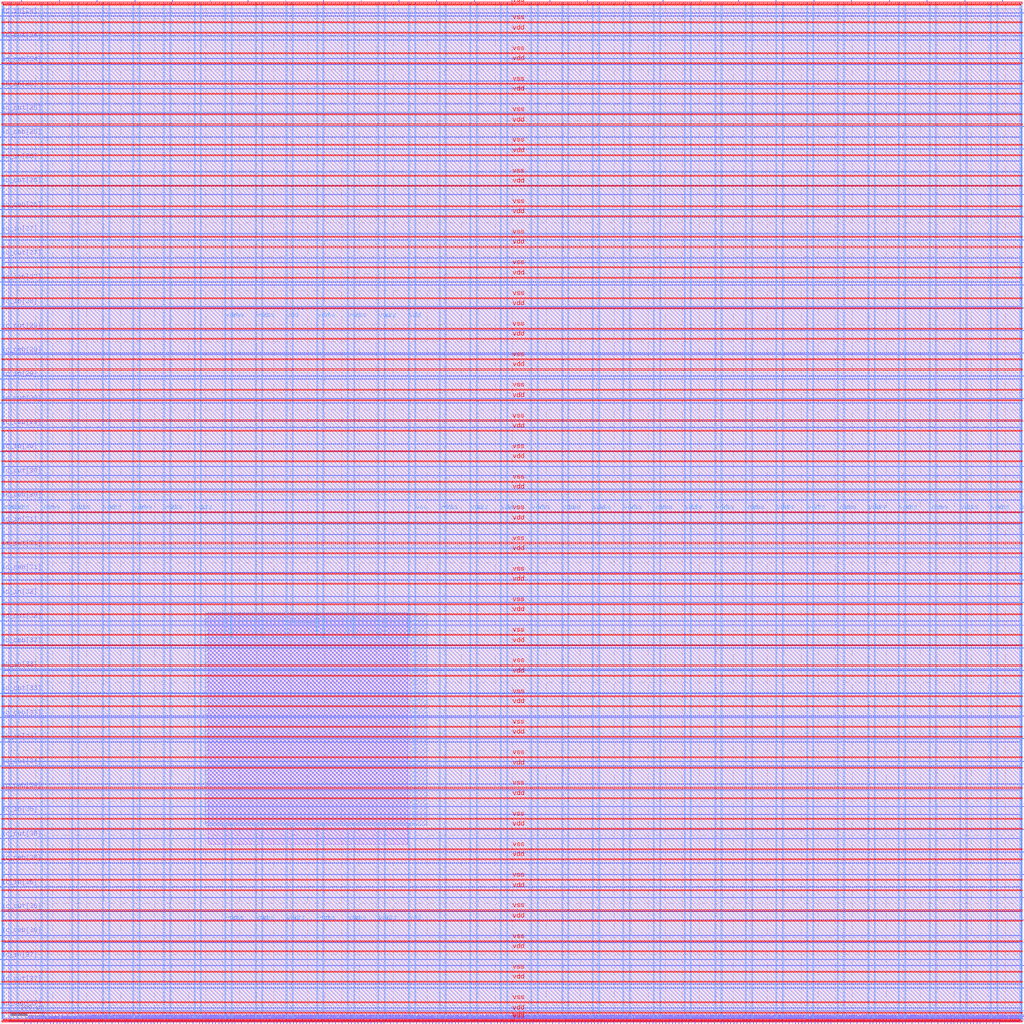
<source format=lef>
VERSION 5.7 ;
  NOWIREEXTENSIONATPIN ON ;
  DIVIDERCHAR "/" ;
  BUSBITCHARS "[]" ;
MACRO user_project_wrapper
  CLASS BLOCK ;
  FOREIGN user_project_wrapper ;
  ORIGIN 0.000 0.000 ;
  SIZE 3000.000 BY 3000.000 ;
  PIN io_in[0]
    DIRECTION INPUT ;
    USE SIGNAL ;
    PORT
      LAYER Metal3 ;
        RECT 2997.600 33.320 3004.800 34.440 ;
    END
  END io_in[0]
  PIN io_in[10]
    DIRECTION INPUT ;
    USE SIGNAL ;
    PORT
      LAYER Metal3 ;
        RECT 2997.600 2032.520 3004.800 2033.640 ;
    END
  END io_in[10]
  PIN io_in[11]
    DIRECTION INPUT ;
    USE SIGNAL ;
    PORT
      LAYER Metal3 ;
        RECT 2997.600 2232.440 3004.800 2233.560 ;
    END
  END io_in[11]
  PIN io_in[12]
    DIRECTION INPUT ;
    USE SIGNAL ;
    PORT
      LAYER Metal3 ;
        RECT 2997.600 2432.360 3004.800 2433.480 ;
    END
  END io_in[12]
  PIN io_in[13]
    DIRECTION INPUT ;
    USE SIGNAL ;
    PORT
      LAYER Metal3 ;
        RECT 2997.600 2632.280 3004.800 2633.400 ;
    END
  END io_in[13]
  PIN io_in[14]
    DIRECTION INPUT ;
    USE SIGNAL ;
    PORT
      LAYER Metal3 ;
        RECT 2997.600 2832.200 3004.800 2833.320 ;
    END
  END io_in[14]
  PIN io_in[15]
    DIRECTION INPUT ;
    USE SIGNAL ;
    PORT
      LAYER Metal2 ;
        RECT 2940.840 2997.600 2941.960 3004.800 ;
    END
  END io_in[15]
  PIN io_in[16]
    DIRECTION INPUT ;
    USE SIGNAL ;
    PORT
      LAYER Metal2 ;
        RECT 2608.200 2997.600 2609.320 3004.800 ;
    END
  END io_in[16]
  PIN io_in[17]
    DIRECTION INPUT ;
    USE SIGNAL ;
    PORT
      LAYER Metal2 ;
        RECT 2275.560 2997.600 2276.680 3004.800 ;
    END
  END io_in[17]
  PIN io_in[18]
    DIRECTION INPUT ;
    USE SIGNAL ;
    PORT
      LAYER Metal2 ;
        RECT 1942.920 2997.600 1944.040 3004.800 ;
    END
  END io_in[18]
  PIN io_in[19]
    DIRECTION INPUT ;
    USE SIGNAL ;
    PORT
      LAYER Metal2 ;
        RECT 1610.280 2997.600 1611.400 3004.800 ;
    END
  END io_in[19]
  PIN io_in[1]
    DIRECTION INPUT ;
    USE SIGNAL ;
    PORT
      LAYER Metal3 ;
        RECT 2997.600 233.240 3004.800 234.360 ;
    END
  END io_in[1]
  PIN io_in[20]
    DIRECTION INPUT ;
    USE SIGNAL ;
    PORT
      LAYER Metal2 ;
        RECT 1277.640 2997.600 1278.760 3004.800 ;
    END
  END io_in[20]
  PIN io_in[21]
    DIRECTION INPUT ;
    USE SIGNAL ;
    PORT
      LAYER Metal2 ;
        RECT 945.000 2997.600 946.120 3004.800 ;
    END
  END io_in[21]
  PIN io_in[22]
    DIRECTION INPUT ;
    USE SIGNAL ;
    PORT
      LAYER Metal2 ;
        RECT 612.360 2997.600 613.480 3004.800 ;
    END
  END io_in[22]
  PIN io_in[23]
    DIRECTION INPUT ;
    USE SIGNAL ;
    PORT
      LAYER Metal2 ;
        RECT 279.720 2997.600 280.840 3004.800 ;
    END
  END io_in[23]
  PIN io_in[24]
    DIRECTION INPUT ;
    USE SIGNAL ;
    PORT
      LAYER Metal3 ;
        RECT -4.800 2957.080 2.400 2958.200 ;
    END
  END io_in[24]
  PIN io_in[25]
    DIRECTION INPUT ;
    USE SIGNAL ;
    PORT
      LAYER Metal3 ;
        RECT -4.800 2743.720 2.400 2744.840 ;
    END
  END io_in[25]
  PIN io_in[26]
    DIRECTION INPUT ;
    USE SIGNAL ;
    PORT
      LAYER Metal3 ;
        RECT -4.800 2530.360 2.400 2531.480 ;
    END
  END io_in[26]
  PIN io_in[27]
    DIRECTION INPUT ;
    USE SIGNAL ;
    PORT
      LAYER Metal3 ;
        RECT -4.800 2317.000 2.400 2318.120 ;
    END
  END io_in[27]
  PIN io_in[28]
    DIRECTION INPUT ;
    USE SIGNAL ;
    PORT
      LAYER Metal3 ;
        RECT -4.800 2103.640 2.400 2104.760 ;
    END
  END io_in[28]
  PIN io_in[29]
    DIRECTION INPUT ;
    USE SIGNAL ;
    PORT
      LAYER Metal3 ;
        RECT -4.800 1890.280 2.400 1891.400 ;
    END
  END io_in[29]
  PIN io_in[2]
    DIRECTION INPUT ;
    USE SIGNAL ;
    PORT
      LAYER Metal3 ;
        RECT 2997.600 433.160 3004.800 434.280 ;
    END
  END io_in[2]
  PIN io_in[30]
    DIRECTION INPUT ;
    USE SIGNAL ;
    PORT
      LAYER Metal3 ;
        RECT -4.800 1676.920 2.400 1678.040 ;
    END
  END io_in[30]
  PIN io_in[31]
    DIRECTION INPUT ;
    USE SIGNAL ;
    PORT
      LAYER Metal3 ;
        RECT -4.800 1463.560 2.400 1464.680 ;
    END
  END io_in[31]
  PIN io_in[32]
    DIRECTION INPUT ;
    USE SIGNAL ;
    PORT
      LAYER Metal3 ;
        RECT -4.800 1250.200 2.400 1251.320 ;
    END
  END io_in[32]
  PIN io_in[33]
    DIRECTION INPUT ;
    USE SIGNAL ;
    PORT
      LAYER Metal3 ;
        RECT -4.800 1036.840 2.400 1037.960 ;
    END
  END io_in[33]
  PIN io_in[34]
    DIRECTION INPUT ;
    USE SIGNAL ;
    PORT
      LAYER Metal3 ;
        RECT -4.800 823.480 2.400 824.600 ;
    END
  END io_in[34]
  PIN io_in[35]
    DIRECTION INPUT ;
    USE SIGNAL ;
    PORT
      LAYER Metal3 ;
        RECT -4.800 610.120 2.400 611.240 ;
    END
  END io_in[35]
  PIN io_in[36]
    DIRECTION INPUT ;
    USE SIGNAL ;
    PORT
      LAYER Metal3 ;
        RECT -4.800 396.760 2.400 397.880 ;
    END
  END io_in[36]
  PIN io_in[37]
    DIRECTION INPUT ;
    USE SIGNAL ;
    PORT
      LAYER Metal3 ;
        RECT -4.800 183.400 2.400 184.520 ;
    END
  END io_in[37]
  PIN io_in[3]
    DIRECTION INPUT ;
    USE SIGNAL ;
    PORT
      LAYER Metal3 ;
        RECT 2997.600 633.080 3004.800 634.200 ;
    END
  END io_in[3]
  PIN io_in[4]
    DIRECTION INPUT ;
    USE SIGNAL ;
    PORT
      LAYER Metal3 ;
        RECT 2997.600 833.000 3004.800 834.120 ;
    END
  END io_in[4]
  PIN io_in[5]
    DIRECTION INPUT ;
    USE SIGNAL ;
    PORT
      LAYER Metal3 ;
        RECT 2997.600 1032.920 3004.800 1034.040 ;
    END
  END io_in[5]
  PIN io_in[6]
    DIRECTION INPUT ;
    USE SIGNAL ;
    PORT
      LAYER Metal3 ;
        RECT 2997.600 1232.840 3004.800 1233.960 ;
    END
  END io_in[6]
  PIN io_in[7]
    DIRECTION INPUT ;
    USE SIGNAL ;
    PORT
      LAYER Metal3 ;
        RECT 2997.600 1432.760 3004.800 1433.880 ;
    END
  END io_in[7]
  PIN io_in[8]
    DIRECTION INPUT ;
    USE SIGNAL ;
    PORT
      LAYER Metal3 ;
        RECT 2997.600 1632.680 3004.800 1633.800 ;
    END
  END io_in[8]
  PIN io_in[9]
    DIRECTION INPUT ;
    USE SIGNAL ;
    PORT
      LAYER Metal3 ;
        RECT 2997.600 1832.600 3004.800 1833.720 ;
    END
  END io_in[9]
  PIN io_oeb[0]
    DIRECTION OUTPUT TRISTATE ;
    USE SIGNAL ;
    PORT
      LAYER Metal3 ;
        RECT 2997.600 166.600 3004.800 167.720 ;
    END
  END io_oeb[0]
  PIN io_oeb[10]
    DIRECTION OUTPUT TRISTATE ;
    USE SIGNAL ;
    PORT
      LAYER Metal3 ;
        RECT 2997.600 2165.800 3004.800 2166.920 ;
    END
  END io_oeb[10]
  PIN io_oeb[11]
    DIRECTION OUTPUT TRISTATE ;
    USE SIGNAL ;
    PORT
      LAYER Metal3 ;
        RECT 2997.600 2365.720 3004.800 2366.840 ;
    END
  END io_oeb[11]
  PIN io_oeb[12]
    DIRECTION OUTPUT TRISTATE ;
    USE SIGNAL ;
    PORT
      LAYER Metal3 ;
        RECT 2997.600 2565.640 3004.800 2566.760 ;
    END
  END io_oeb[12]
  PIN io_oeb[13]
    DIRECTION OUTPUT TRISTATE ;
    USE SIGNAL ;
    PORT
      LAYER Metal3 ;
        RECT 2997.600 2765.560 3004.800 2766.680 ;
    END
  END io_oeb[13]
  PIN io_oeb[14]
    DIRECTION OUTPUT TRISTATE ;
    USE SIGNAL ;
    PORT
      LAYER Metal3 ;
        RECT 2997.600 2965.480 3004.800 2966.600 ;
    END
  END io_oeb[14]
  PIN io_oeb[15]
    DIRECTION OUTPUT TRISTATE ;
    USE SIGNAL ;
    PORT
      LAYER Metal2 ;
        RECT 2719.080 2997.600 2720.200 3004.800 ;
    END
  END io_oeb[15]
  PIN io_oeb[16]
    DIRECTION OUTPUT TRISTATE ;
    USE SIGNAL ;
    PORT
      LAYER Metal2 ;
        RECT 2386.440 2997.600 2387.560 3004.800 ;
    END
  END io_oeb[16]
  PIN io_oeb[17]
    DIRECTION OUTPUT TRISTATE ;
    USE SIGNAL ;
    PORT
      LAYER Metal2 ;
        RECT 2053.800 2997.600 2054.920 3004.800 ;
    END
  END io_oeb[17]
  PIN io_oeb[18]
    DIRECTION OUTPUT TRISTATE ;
    USE SIGNAL ;
    PORT
      LAYER Metal2 ;
        RECT 1721.160 2997.600 1722.280 3004.800 ;
    END
  END io_oeb[18]
  PIN io_oeb[19]
    DIRECTION OUTPUT TRISTATE ;
    USE SIGNAL ;
    PORT
      LAYER Metal2 ;
        RECT 1388.520 2997.600 1389.640 3004.800 ;
    END
  END io_oeb[19]
  PIN io_oeb[1]
    DIRECTION OUTPUT TRISTATE ;
    USE SIGNAL ;
    PORT
      LAYER Metal3 ;
        RECT 2997.600 366.520 3004.800 367.640 ;
    END
  END io_oeb[1]
  PIN io_oeb[20]
    DIRECTION OUTPUT TRISTATE ;
    USE SIGNAL ;
    PORT
      LAYER Metal2 ;
        RECT 1055.880 2997.600 1057.000 3004.800 ;
    END
  END io_oeb[20]
  PIN io_oeb[21]
    DIRECTION OUTPUT TRISTATE ;
    USE SIGNAL ;
    PORT
      LAYER Metal2 ;
        RECT 723.240 2997.600 724.360 3004.800 ;
    END
  END io_oeb[21]
  PIN io_oeb[22]
    DIRECTION OUTPUT TRISTATE ;
    USE SIGNAL ;
    PORT
      LAYER Metal2 ;
        RECT 390.600 2997.600 391.720 3004.800 ;
    END
  END io_oeb[22]
  PIN io_oeb[23]
    DIRECTION OUTPUT TRISTATE ;
    USE SIGNAL ;
    PORT
      LAYER Metal2 ;
        RECT 57.960 2997.600 59.080 3004.800 ;
    END
  END io_oeb[23]
  PIN io_oeb[24]
    DIRECTION OUTPUT TRISTATE ;
    USE SIGNAL ;
    PORT
      LAYER Metal3 ;
        RECT -4.800 2814.840 2.400 2815.960 ;
    END
  END io_oeb[24]
  PIN io_oeb[25]
    DIRECTION OUTPUT TRISTATE ;
    USE SIGNAL ;
    PORT
      LAYER Metal3 ;
        RECT -4.800 2601.480 2.400 2602.600 ;
    END
  END io_oeb[25]
  PIN io_oeb[26]
    DIRECTION OUTPUT TRISTATE ;
    USE SIGNAL ;
    PORT
      LAYER Metal3 ;
        RECT -4.800 2388.120 2.400 2389.240 ;
    END
  END io_oeb[26]
  PIN io_oeb[27]
    DIRECTION OUTPUT TRISTATE ;
    USE SIGNAL ;
    PORT
      LAYER Metal3 ;
        RECT -4.800 2174.760 2.400 2175.880 ;
    END
  END io_oeb[27]
  PIN io_oeb[28]
    DIRECTION OUTPUT TRISTATE ;
    USE SIGNAL ;
    PORT
      LAYER Metal3 ;
        RECT -4.800 1961.400 2.400 1962.520 ;
    END
  END io_oeb[28]
  PIN io_oeb[29]
    DIRECTION OUTPUT TRISTATE ;
    USE SIGNAL ;
    PORT
      LAYER Metal3 ;
        RECT -4.800 1748.040 2.400 1749.160 ;
    END
  END io_oeb[29]
  PIN io_oeb[2]
    DIRECTION OUTPUT TRISTATE ;
    USE SIGNAL ;
    PORT
      LAYER Metal3 ;
        RECT 2997.600 566.440 3004.800 567.560 ;
    END
  END io_oeb[2]
  PIN io_oeb[30]
    DIRECTION OUTPUT TRISTATE ;
    USE SIGNAL ;
    PORT
      LAYER Metal3 ;
        RECT -4.800 1534.680 2.400 1535.800 ;
    END
  END io_oeb[30]
  PIN io_oeb[31]
    DIRECTION OUTPUT TRISTATE ;
    USE SIGNAL ;
    PORT
      LAYER Metal3 ;
        RECT -4.800 1321.320 2.400 1322.440 ;
    END
  END io_oeb[31]
  PIN io_oeb[32]
    DIRECTION OUTPUT TRISTATE ;
    USE SIGNAL ;
    PORT
      LAYER Metal3 ;
        RECT -4.800 1107.960 2.400 1109.080 ;
    END
  END io_oeb[32]
  PIN io_oeb[33]
    DIRECTION OUTPUT TRISTATE ;
    USE SIGNAL ;
    PORT
      LAYER Metal3 ;
        RECT -4.800 894.600 2.400 895.720 ;
    END
  END io_oeb[33]
  PIN io_oeb[34]
    DIRECTION OUTPUT TRISTATE ;
    USE SIGNAL ;
    PORT
      LAYER Metal3 ;
        RECT -4.800 681.240 2.400 682.360 ;
    END
  END io_oeb[34]
  PIN io_oeb[35]
    DIRECTION OUTPUT TRISTATE ;
    USE SIGNAL ;
    PORT
      LAYER Metal3 ;
        RECT -4.800 467.880 2.400 469.000 ;
    END
  END io_oeb[35]
  PIN io_oeb[36]
    DIRECTION OUTPUT TRISTATE ;
    USE SIGNAL ;
    PORT
      LAYER Metal3 ;
        RECT -4.800 254.520 2.400 255.640 ;
    END
  END io_oeb[36]
  PIN io_oeb[37]
    DIRECTION OUTPUT TRISTATE ;
    USE SIGNAL ;
    PORT
      LAYER Metal3 ;
        RECT -4.800 41.160 2.400 42.280 ;
    END
  END io_oeb[37]
  PIN io_oeb[3]
    DIRECTION OUTPUT TRISTATE ;
    USE SIGNAL ;
    PORT
      LAYER Metal3 ;
        RECT 2997.600 766.360 3004.800 767.480 ;
    END
  END io_oeb[3]
  PIN io_oeb[4]
    DIRECTION OUTPUT TRISTATE ;
    USE SIGNAL ;
    PORT
      LAYER Metal3 ;
        RECT 2997.600 966.280 3004.800 967.400 ;
    END
  END io_oeb[4]
  PIN io_oeb[5]
    DIRECTION OUTPUT TRISTATE ;
    USE SIGNAL ;
    PORT
      LAYER Metal3 ;
        RECT 2997.600 1166.200 3004.800 1167.320 ;
    END
  END io_oeb[5]
  PIN io_oeb[6]
    DIRECTION OUTPUT TRISTATE ;
    USE SIGNAL ;
    PORT
      LAYER Metal3 ;
        RECT 2997.600 1366.120 3004.800 1367.240 ;
    END
  END io_oeb[6]
  PIN io_oeb[7]
    DIRECTION OUTPUT TRISTATE ;
    USE SIGNAL ;
    PORT
      LAYER Metal3 ;
        RECT 2997.600 1566.040 3004.800 1567.160 ;
    END
  END io_oeb[7]
  PIN io_oeb[8]
    DIRECTION OUTPUT TRISTATE ;
    USE SIGNAL ;
    PORT
      LAYER Metal3 ;
        RECT 2997.600 1765.960 3004.800 1767.080 ;
    END
  END io_oeb[8]
  PIN io_oeb[9]
    DIRECTION OUTPUT TRISTATE ;
    USE SIGNAL ;
    PORT
      LAYER Metal3 ;
        RECT 2997.600 1965.880 3004.800 1967.000 ;
    END
  END io_oeb[9]
  PIN io_out[0]
    DIRECTION OUTPUT TRISTATE ;
    USE SIGNAL ;
    PORT
      LAYER Metal3 ;
        RECT 2997.600 99.960 3004.800 101.080 ;
    END
  END io_out[0]
  PIN io_out[10]
    DIRECTION OUTPUT TRISTATE ;
    USE SIGNAL ;
    PORT
      LAYER Metal3 ;
        RECT 2997.600 2099.160 3004.800 2100.280 ;
    END
  END io_out[10]
  PIN io_out[11]
    DIRECTION OUTPUT TRISTATE ;
    USE SIGNAL ;
    PORT
      LAYER Metal3 ;
        RECT 2997.600 2299.080 3004.800 2300.200 ;
    END
  END io_out[11]
  PIN io_out[12]
    DIRECTION OUTPUT TRISTATE ;
    USE SIGNAL ;
    PORT
      LAYER Metal3 ;
        RECT 2997.600 2499.000 3004.800 2500.120 ;
    END
  END io_out[12]
  PIN io_out[13]
    DIRECTION OUTPUT TRISTATE ;
    USE SIGNAL ;
    PORT
      LAYER Metal3 ;
        RECT 2997.600 2698.920 3004.800 2700.040 ;
    END
  END io_out[13]
  PIN io_out[14]
    DIRECTION OUTPUT TRISTATE ;
    USE SIGNAL ;
    PORT
      LAYER Metal3 ;
        RECT 2997.600 2898.840 3004.800 2899.960 ;
    END
  END io_out[14]
  PIN io_out[15]
    DIRECTION OUTPUT TRISTATE ;
    USE SIGNAL ;
    PORT
      LAYER Metal2 ;
        RECT 2829.960 2997.600 2831.080 3004.800 ;
    END
  END io_out[15]
  PIN io_out[16]
    DIRECTION OUTPUT TRISTATE ;
    USE SIGNAL ;
    PORT
      LAYER Metal2 ;
        RECT 2497.320 2997.600 2498.440 3004.800 ;
    END
  END io_out[16]
  PIN io_out[17]
    DIRECTION OUTPUT TRISTATE ;
    USE SIGNAL ;
    PORT
      LAYER Metal2 ;
        RECT 2164.680 2997.600 2165.800 3004.800 ;
    END
  END io_out[17]
  PIN io_out[18]
    DIRECTION OUTPUT TRISTATE ;
    USE SIGNAL ;
    PORT
      LAYER Metal2 ;
        RECT 1832.040 2997.600 1833.160 3004.800 ;
    END
  END io_out[18]
  PIN io_out[19]
    DIRECTION OUTPUT TRISTATE ;
    USE SIGNAL ;
    PORT
      LAYER Metal2 ;
        RECT 1499.400 2997.600 1500.520 3004.800 ;
    END
  END io_out[19]
  PIN io_out[1]
    DIRECTION OUTPUT TRISTATE ;
    USE SIGNAL ;
    PORT
      LAYER Metal3 ;
        RECT 2997.600 299.880 3004.800 301.000 ;
    END
  END io_out[1]
  PIN io_out[20]
    DIRECTION OUTPUT TRISTATE ;
    USE SIGNAL ;
    PORT
      LAYER Metal2 ;
        RECT 1166.760 2997.600 1167.880 3004.800 ;
    END
  END io_out[20]
  PIN io_out[21]
    DIRECTION OUTPUT TRISTATE ;
    USE SIGNAL ;
    PORT
      LAYER Metal2 ;
        RECT 834.120 2997.600 835.240 3004.800 ;
    END
  END io_out[21]
  PIN io_out[22]
    DIRECTION OUTPUT TRISTATE ;
    USE SIGNAL ;
    PORT
      LAYER Metal2 ;
        RECT 501.480 2997.600 502.600 3004.800 ;
    END
  END io_out[22]
  PIN io_out[23]
    DIRECTION OUTPUT TRISTATE ;
    USE SIGNAL ;
    PORT
      LAYER Metal2 ;
        RECT 168.840 2997.600 169.960 3004.800 ;
    END
  END io_out[23]
  PIN io_out[24]
    DIRECTION OUTPUT TRISTATE ;
    USE SIGNAL ;
    PORT
      LAYER Metal3 ;
        RECT -4.800 2885.960 2.400 2887.080 ;
    END
  END io_out[24]
  PIN io_out[25]
    DIRECTION OUTPUT TRISTATE ;
    USE SIGNAL ;
    PORT
      LAYER Metal3 ;
        RECT -4.800 2672.600 2.400 2673.720 ;
    END
  END io_out[25]
  PIN io_out[26]
    DIRECTION OUTPUT TRISTATE ;
    USE SIGNAL ;
    PORT
      LAYER Metal3 ;
        RECT -4.800 2459.240 2.400 2460.360 ;
    END
  END io_out[26]
  PIN io_out[27]
    DIRECTION OUTPUT TRISTATE ;
    USE SIGNAL ;
    PORT
      LAYER Metal3 ;
        RECT -4.800 2245.880 2.400 2247.000 ;
    END
  END io_out[27]
  PIN io_out[28]
    DIRECTION OUTPUT TRISTATE ;
    USE SIGNAL ;
    PORT
      LAYER Metal3 ;
        RECT -4.800 2032.520 2.400 2033.640 ;
    END
  END io_out[28]
  PIN io_out[29]
    DIRECTION OUTPUT TRISTATE ;
    USE SIGNAL ;
    PORT
      LAYER Metal3 ;
        RECT -4.800 1819.160 2.400 1820.280 ;
    END
  END io_out[29]
  PIN io_out[2]
    DIRECTION OUTPUT TRISTATE ;
    USE SIGNAL ;
    PORT
      LAYER Metal3 ;
        RECT 2997.600 499.800 3004.800 500.920 ;
    END
  END io_out[2]
  PIN io_out[30]
    DIRECTION OUTPUT TRISTATE ;
    USE SIGNAL ;
    PORT
      LAYER Metal3 ;
        RECT -4.800 1605.800 2.400 1606.920 ;
    END
  END io_out[30]
  PIN io_out[31]
    DIRECTION OUTPUT TRISTATE ;
    USE SIGNAL ;
    PORT
      LAYER Metal3 ;
        RECT -4.800 1392.440 2.400 1393.560 ;
    END
  END io_out[31]
  PIN io_out[32]
    DIRECTION OUTPUT TRISTATE ;
    USE SIGNAL ;
    PORT
      LAYER Metal3 ;
        RECT -4.800 1179.080 2.400 1180.200 ;
    END
  END io_out[32]
  PIN io_out[33]
    DIRECTION OUTPUT TRISTATE ;
    USE SIGNAL ;
    PORT
      LAYER Metal3 ;
        RECT -4.800 965.720 2.400 966.840 ;
    END
  END io_out[33]
  PIN io_out[34]
    DIRECTION OUTPUT TRISTATE ;
    USE SIGNAL ;
    PORT
      LAYER Metal3 ;
        RECT -4.800 752.360 2.400 753.480 ;
    END
  END io_out[34]
  PIN io_out[35]
    DIRECTION OUTPUT TRISTATE ;
    USE SIGNAL ;
    PORT
      LAYER Metal3 ;
        RECT -4.800 539.000 2.400 540.120 ;
    END
  END io_out[35]
  PIN io_out[36]
    DIRECTION OUTPUT TRISTATE ;
    USE SIGNAL ;
    PORT
      LAYER Metal3 ;
        RECT -4.800 325.640 2.400 326.760 ;
    END
  END io_out[36]
  PIN io_out[37]
    DIRECTION OUTPUT TRISTATE ;
    USE SIGNAL ;
    PORT
      LAYER Metal3 ;
        RECT -4.800 112.280 2.400 113.400 ;
    END
  END io_out[37]
  PIN io_out[3]
    DIRECTION OUTPUT TRISTATE ;
    USE SIGNAL ;
    PORT
      LAYER Metal3 ;
        RECT 2997.600 699.720 3004.800 700.840 ;
    END
  END io_out[3]
  PIN io_out[4]
    DIRECTION OUTPUT TRISTATE ;
    USE SIGNAL ;
    PORT
      LAYER Metal3 ;
        RECT 2997.600 899.640 3004.800 900.760 ;
    END
  END io_out[4]
  PIN io_out[5]
    DIRECTION OUTPUT TRISTATE ;
    USE SIGNAL ;
    PORT
      LAYER Metal3 ;
        RECT 2997.600 1099.560 3004.800 1100.680 ;
    END
  END io_out[5]
  PIN io_out[6]
    DIRECTION OUTPUT TRISTATE ;
    USE SIGNAL ;
    PORT
      LAYER Metal3 ;
        RECT 2997.600 1299.480 3004.800 1300.600 ;
    END
  END io_out[6]
  PIN io_out[7]
    DIRECTION OUTPUT TRISTATE ;
    USE SIGNAL ;
    PORT
      LAYER Metal3 ;
        RECT 2997.600 1499.400 3004.800 1500.520 ;
    END
  END io_out[7]
  PIN io_out[8]
    DIRECTION OUTPUT TRISTATE ;
    USE SIGNAL ;
    PORT
      LAYER Metal3 ;
        RECT 2997.600 1699.320 3004.800 1700.440 ;
    END
  END io_out[8]
  PIN io_out[9]
    DIRECTION OUTPUT TRISTATE ;
    USE SIGNAL ;
    PORT
      LAYER Metal3 ;
        RECT 2997.600 1899.240 3004.800 1900.360 ;
    END
  END io_out[9]
  PIN la_data_in[0]
    DIRECTION INPUT ;
    USE SIGNAL ;
    PORT
      LAYER Metal2 ;
        RECT 1075.480 -4.800 1076.600 2.400 ;
    END
  END la_data_in[0]
  PIN la_data_in[10]
    DIRECTION INPUT ;
    USE SIGNAL ;
    PORT
      LAYER Metal2 ;
        RECT 1361.080 -4.800 1362.200 2.400 ;
    END
  END la_data_in[10]
  PIN la_data_in[11]
    DIRECTION INPUT ;
    USE SIGNAL ;
    PORT
      LAYER Metal2 ;
        RECT 1389.640 -4.800 1390.760 2.400 ;
    END
  END la_data_in[11]
  PIN la_data_in[12]
    DIRECTION INPUT ;
    USE SIGNAL ;
    PORT
      LAYER Metal2 ;
        RECT 1418.200 -4.800 1419.320 2.400 ;
    END
  END la_data_in[12]
  PIN la_data_in[13]
    DIRECTION INPUT ;
    USE SIGNAL ;
    PORT
      LAYER Metal2 ;
        RECT 1446.760 -4.800 1447.880 2.400 ;
    END
  END la_data_in[13]
  PIN la_data_in[14]
    DIRECTION INPUT ;
    USE SIGNAL ;
    PORT
      LAYER Metal2 ;
        RECT 1475.320 -4.800 1476.440 2.400 ;
    END
  END la_data_in[14]
  PIN la_data_in[15]
    DIRECTION INPUT ;
    USE SIGNAL ;
    PORT
      LAYER Metal2 ;
        RECT 1503.880 -4.800 1505.000 2.400 ;
    END
  END la_data_in[15]
  PIN la_data_in[16]
    DIRECTION INPUT ;
    USE SIGNAL ;
    PORT
      LAYER Metal2 ;
        RECT 1532.440 -4.800 1533.560 2.400 ;
    END
  END la_data_in[16]
  PIN la_data_in[17]
    DIRECTION INPUT ;
    USE SIGNAL ;
    PORT
      LAYER Metal2 ;
        RECT 1561.000 -4.800 1562.120 2.400 ;
    END
  END la_data_in[17]
  PIN la_data_in[18]
    DIRECTION INPUT ;
    USE SIGNAL ;
    PORT
      LAYER Metal2 ;
        RECT 1589.560 -4.800 1590.680 2.400 ;
    END
  END la_data_in[18]
  PIN la_data_in[19]
    DIRECTION INPUT ;
    USE SIGNAL ;
    PORT
      LAYER Metal2 ;
        RECT 1618.120 -4.800 1619.240 2.400 ;
    END
  END la_data_in[19]
  PIN la_data_in[1]
    DIRECTION INPUT ;
    USE SIGNAL ;
    PORT
      LAYER Metal2 ;
        RECT 1104.040 -4.800 1105.160 2.400 ;
    END
  END la_data_in[1]
  PIN la_data_in[20]
    DIRECTION INPUT ;
    USE SIGNAL ;
    PORT
      LAYER Metal2 ;
        RECT 1646.680 -4.800 1647.800 2.400 ;
    END
  END la_data_in[20]
  PIN la_data_in[21]
    DIRECTION INPUT ;
    USE SIGNAL ;
    PORT
      LAYER Metal2 ;
        RECT 1675.240 -4.800 1676.360 2.400 ;
    END
  END la_data_in[21]
  PIN la_data_in[22]
    DIRECTION INPUT ;
    USE SIGNAL ;
    PORT
      LAYER Metal2 ;
        RECT 1703.800 -4.800 1704.920 2.400 ;
    END
  END la_data_in[22]
  PIN la_data_in[23]
    DIRECTION INPUT ;
    USE SIGNAL ;
    PORT
      LAYER Metal2 ;
        RECT 1732.360 -4.800 1733.480 2.400 ;
    END
  END la_data_in[23]
  PIN la_data_in[24]
    DIRECTION INPUT ;
    USE SIGNAL ;
    PORT
      LAYER Metal2 ;
        RECT 1760.920 -4.800 1762.040 2.400 ;
    END
  END la_data_in[24]
  PIN la_data_in[25]
    DIRECTION INPUT ;
    USE SIGNAL ;
    PORT
      LAYER Metal2 ;
        RECT 1789.480 -4.800 1790.600 2.400 ;
    END
  END la_data_in[25]
  PIN la_data_in[26]
    DIRECTION INPUT ;
    USE SIGNAL ;
    PORT
      LAYER Metal2 ;
        RECT 1818.040 -4.800 1819.160 2.400 ;
    END
  END la_data_in[26]
  PIN la_data_in[27]
    DIRECTION INPUT ;
    USE SIGNAL ;
    PORT
      LAYER Metal2 ;
        RECT 1846.600 -4.800 1847.720 2.400 ;
    END
  END la_data_in[27]
  PIN la_data_in[28]
    DIRECTION INPUT ;
    USE SIGNAL ;
    PORT
      LAYER Metal2 ;
        RECT 1875.160 -4.800 1876.280 2.400 ;
    END
  END la_data_in[28]
  PIN la_data_in[29]
    DIRECTION INPUT ;
    USE SIGNAL ;
    PORT
      LAYER Metal2 ;
        RECT 1903.720 -4.800 1904.840 2.400 ;
    END
  END la_data_in[29]
  PIN la_data_in[2]
    DIRECTION INPUT ;
    USE SIGNAL ;
    PORT
      LAYER Metal2 ;
        RECT 1132.600 -4.800 1133.720 2.400 ;
    END
  END la_data_in[2]
  PIN la_data_in[30]
    DIRECTION INPUT ;
    USE SIGNAL ;
    PORT
      LAYER Metal2 ;
        RECT 1932.280 -4.800 1933.400 2.400 ;
    END
  END la_data_in[30]
  PIN la_data_in[31]
    DIRECTION INPUT ;
    USE SIGNAL ;
    PORT
      LAYER Metal2 ;
        RECT 1960.840 -4.800 1961.960 2.400 ;
    END
  END la_data_in[31]
  PIN la_data_in[32]
    DIRECTION INPUT ;
    USE SIGNAL ;
    PORT
      LAYER Metal2 ;
        RECT 1989.400 -4.800 1990.520 2.400 ;
    END
  END la_data_in[32]
  PIN la_data_in[33]
    DIRECTION INPUT ;
    USE SIGNAL ;
    PORT
      LAYER Metal2 ;
        RECT 2017.960 -4.800 2019.080 2.400 ;
    END
  END la_data_in[33]
  PIN la_data_in[34]
    DIRECTION INPUT ;
    USE SIGNAL ;
    PORT
      LAYER Metal2 ;
        RECT 2046.520 -4.800 2047.640 2.400 ;
    END
  END la_data_in[34]
  PIN la_data_in[35]
    DIRECTION INPUT ;
    USE SIGNAL ;
    PORT
      LAYER Metal2 ;
        RECT 2075.080 -4.800 2076.200 2.400 ;
    END
  END la_data_in[35]
  PIN la_data_in[36]
    DIRECTION INPUT ;
    USE SIGNAL ;
    PORT
      LAYER Metal2 ;
        RECT 2103.640 -4.800 2104.760 2.400 ;
    END
  END la_data_in[36]
  PIN la_data_in[37]
    DIRECTION INPUT ;
    USE SIGNAL ;
    PORT
      LAYER Metal2 ;
        RECT 2132.200 -4.800 2133.320 2.400 ;
    END
  END la_data_in[37]
  PIN la_data_in[38]
    DIRECTION INPUT ;
    USE SIGNAL ;
    PORT
      LAYER Metal2 ;
        RECT 2160.760 -4.800 2161.880 2.400 ;
    END
  END la_data_in[38]
  PIN la_data_in[39]
    DIRECTION INPUT ;
    USE SIGNAL ;
    PORT
      LAYER Metal2 ;
        RECT 2189.320 -4.800 2190.440 2.400 ;
    END
  END la_data_in[39]
  PIN la_data_in[3]
    DIRECTION INPUT ;
    USE SIGNAL ;
    PORT
      LAYER Metal2 ;
        RECT 1161.160 -4.800 1162.280 2.400 ;
    END
  END la_data_in[3]
  PIN la_data_in[40]
    DIRECTION INPUT ;
    USE SIGNAL ;
    PORT
      LAYER Metal2 ;
        RECT 2217.880 -4.800 2219.000 2.400 ;
    END
  END la_data_in[40]
  PIN la_data_in[41]
    DIRECTION INPUT ;
    USE SIGNAL ;
    PORT
      LAYER Metal2 ;
        RECT 2246.440 -4.800 2247.560 2.400 ;
    END
  END la_data_in[41]
  PIN la_data_in[42]
    DIRECTION INPUT ;
    USE SIGNAL ;
    PORT
      LAYER Metal2 ;
        RECT 2275.000 -4.800 2276.120 2.400 ;
    END
  END la_data_in[42]
  PIN la_data_in[43]
    DIRECTION INPUT ;
    USE SIGNAL ;
    PORT
      LAYER Metal2 ;
        RECT 2303.560 -4.800 2304.680 2.400 ;
    END
  END la_data_in[43]
  PIN la_data_in[44]
    DIRECTION INPUT ;
    USE SIGNAL ;
    PORT
      LAYER Metal2 ;
        RECT 2332.120 -4.800 2333.240 2.400 ;
    END
  END la_data_in[44]
  PIN la_data_in[45]
    DIRECTION INPUT ;
    USE SIGNAL ;
    PORT
      LAYER Metal2 ;
        RECT 2360.680 -4.800 2361.800 2.400 ;
    END
  END la_data_in[45]
  PIN la_data_in[46]
    DIRECTION INPUT ;
    USE SIGNAL ;
    PORT
      LAYER Metal2 ;
        RECT 2389.240 -4.800 2390.360 2.400 ;
    END
  END la_data_in[46]
  PIN la_data_in[47]
    DIRECTION INPUT ;
    USE SIGNAL ;
    PORT
      LAYER Metal2 ;
        RECT 2417.800 -4.800 2418.920 2.400 ;
    END
  END la_data_in[47]
  PIN la_data_in[48]
    DIRECTION INPUT ;
    USE SIGNAL ;
    PORT
      LAYER Metal2 ;
        RECT 2446.360 -4.800 2447.480 2.400 ;
    END
  END la_data_in[48]
  PIN la_data_in[49]
    DIRECTION INPUT ;
    USE SIGNAL ;
    PORT
      LAYER Metal2 ;
        RECT 2474.920 -4.800 2476.040 2.400 ;
    END
  END la_data_in[49]
  PIN la_data_in[4]
    DIRECTION INPUT ;
    USE SIGNAL ;
    PORT
      LAYER Metal2 ;
        RECT 1189.720 -4.800 1190.840 2.400 ;
    END
  END la_data_in[4]
  PIN la_data_in[50]
    DIRECTION INPUT ;
    USE SIGNAL ;
    PORT
      LAYER Metal2 ;
        RECT 2503.480 -4.800 2504.600 2.400 ;
    END
  END la_data_in[50]
  PIN la_data_in[51]
    DIRECTION INPUT ;
    USE SIGNAL ;
    PORT
      LAYER Metal2 ;
        RECT 2532.040 -4.800 2533.160 2.400 ;
    END
  END la_data_in[51]
  PIN la_data_in[52]
    DIRECTION INPUT ;
    USE SIGNAL ;
    PORT
      LAYER Metal2 ;
        RECT 2560.600 -4.800 2561.720 2.400 ;
    END
  END la_data_in[52]
  PIN la_data_in[53]
    DIRECTION INPUT ;
    USE SIGNAL ;
    PORT
      LAYER Metal2 ;
        RECT 2589.160 -4.800 2590.280 2.400 ;
    END
  END la_data_in[53]
  PIN la_data_in[54]
    DIRECTION INPUT ;
    USE SIGNAL ;
    PORT
      LAYER Metal2 ;
        RECT 2617.720 -4.800 2618.840 2.400 ;
    END
  END la_data_in[54]
  PIN la_data_in[55]
    DIRECTION INPUT ;
    USE SIGNAL ;
    PORT
      LAYER Metal2 ;
        RECT 2646.280 -4.800 2647.400 2.400 ;
    END
  END la_data_in[55]
  PIN la_data_in[56]
    DIRECTION INPUT ;
    USE SIGNAL ;
    PORT
      LAYER Metal2 ;
        RECT 2674.840 -4.800 2675.960 2.400 ;
    END
  END la_data_in[56]
  PIN la_data_in[57]
    DIRECTION INPUT ;
    USE SIGNAL ;
    PORT
      LAYER Metal2 ;
        RECT 2703.400 -4.800 2704.520 2.400 ;
    END
  END la_data_in[57]
  PIN la_data_in[58]
    DIRECTION INPUT ;
    USE SIGNAL ;
    PORT
      LAYER Metal2 ;
        RECT 2731.960 -4.800 2733.080 2.400 ;
    END
  END la_data_in[58]
  PIN la_data_in[59]
    DIRECTION INPUT ;
    USE SIGNAL ;
    PORT
      LAYER Metal2 ;
        RECT 2760.520 -4.800 2761.640 2.400 ;
    END
  END la_data_in[59]
  PIN la_data_in[5]
    DIRECTION INPUT ;
    USE SIGNAL ;
    PORT
      LAYER Metal2 ;
        RECT 1218.280 -4.800 1219.400 2.400 ;
    END
  END la_data_in[5]
  PIN la_data_in[60]
    DIRECTION INPUT ;
    USE SIGNAL ;
    PORT
      LAYER Metal2 ;
        RECT 2789.080 -4.800 2790.200 2.400 ;
    END
  END la_data_in[60]
  PIN la_data_in[61]
    DIRECTION INPUT ;
    USE SIGNAL ;
    PORT
      LAYER Metal2 ;
        RECT 2817.640 -4.800 2818.760 2.400 ;
    END
  END la_data_in[61]
  PIN la_data_in[62]
    DIRECTION INPUT ;
    USE SIGNAL ;
    PORT
      LAYER Metal2 ;
        RECT 2846.200 -4.800 2847.320 2.400 ;
    END
  END la_data_in[62]
  PIN la_data_in[63]
    DIRECTION INPUT ;
    USE SIGNAL ;
    PORT
      LAYER Metal2 ;
        RECT 2874.760 -4.800 2875.880 2.400 ;
    END
  END la_data_in[63]
  PIN la_data_in[6]
    DIRECTION INPUT ;
    USE SIGNAL ;
    PORT
      LAYER Metal2 ;
        RECT 1246.840 -4.800 1247.960 2.400 ;
    END
  END la_data_in[6]
  PIN la_data_in[7]
    DIRECTION INPUT ;
    USE SIGNAL ;
    PORT
      LAYER Metal2 ;
        RECT 1275.400 -4.800 1276.520 2.400 ;
    END
  END la_data_in[7]
  PIN la_data_in[8]
    DIRECTION INPUT ;
    USE SIGNAL ;
    PORT
      LAYER Metal2 ;
        RECT 1303.960 -4.800 1305.080 2.400 ;
    END
  END la_data_in[8]
  PIN la_data_in[9]
    DIRECTION INPUT ;
    USE SIGNAL ;
    PORT
      LAYER Metal2 ;
        RECT 1332.520 -4.800 1333.640 2.400 ;
    END
  END la_data_in[9]
  PIN la_data_out[0]
    DIRECTION OUTPUT TRISTATE ;
    USE SIGNAL ;
    PORT
      LAYER Metal2 ;
        RECT 1085.000 -4.800 1086.120 2.400 ;
    END
  END la_data_out[0]
  PIN la_data_out[10]
    DIRECTION OUTPUT TRISTATE ;
    USE SIGNAL ;
    PORT
      LAYER Metal2 ;
        RECT 1370.600 -4.800 1371.720 2.400 ;
    END
  END la_data_out[10]
  PIN la_data_out[11]
    DIRECTION OUTPUT TRISTATE ;
    USE SIGNAL ;
    PORT
      LAYER Metal2 ;
        RECT 1399.160 -4.800 1400.280 2.400 ;
    END
  END la_data_out[11]
  PIN la_data_out[12]
    DIRECTION OUTPUT TRISTATE ;
    USE SIGNAL ;
    PORT
      LAYER Metal2 ;
        RECT 1427.720 -4.800 1428.840 2.400 ;
    END
  END la_data_out[12]
  PIN la_data_out[13]
    DIRECTION OUTPUT TRISTATE ;
    USE SIGNAL ;
    PORT
      LAYER Metal2 ;
        RECT 1456.280 -4.800 1457.400 2.400 ;
    END
  END la_data_out[13]
  PIN la_data_out[14]
    DIRECTION OUTPUT TRISTATE ;
    USE SIGNAL ;
    PORT
      LAYER Metal2 ;
        RECT 1484.840 -4.800 1485.960 2.400 ;
    END
  END la_data_out[14]
  PIN la_data_out[15]
    DIRECTION OUTPUT TRISTATE ;
    USE SIGNAL ;
    PORT
      LAYER Metal2 ;
        RECT 1513.400 -4.800 1514.520 2.400 ;
    END
  END la_data_out[15]
  PIN la_data_out[16]
    DIRECTION OUTPUT TRISTATE ;
    USE SIGNAL ;
    PORT
      LAYER Metal2 ;
        RECT 1541.960 -4.800 1543.080 2.400 ;
    END
  END la_data_out[16]
  PIN la_data_out[17]
    DIRECTION OUTPUT TRISTATE ;
    USE SIGNAL ;
    PORT
      LAYER Metal2 ;
        RECT 1570.520 -4.800 1571.640 2.400 ;
    END
  END la_data_out[17]
  PIN la_data_out[18]
    DIRECTION OUTPUT TRISTATE ;
    USE SIGNAL ;
    PORT
      LAYER Metal2 ;
        RECT 1599.080 -4.800 1600.200 2.400 ;
    END
  END la_data_out[18]
  PIN la_data_out[19]
    DIRECTION OUTPUT TRISTATE ;
    USE SIGNAL ;
    PORT
      LAYER Metal2 ;
        RECT 1627.640 -4.800 1628.760 2.400 ;
    END
  END la_data_out[19]
  PIN la_data_out[1]
    DIRECTION OUTPUT TRISTATE ;
    USE SIGNAL ;
    PORT
      LAYER Metal2 ;
        RECT 1113.560 -4.800 1114.680 2.400 ;
    END
  END la_data_out[1]
  PIN la_data_out[20]
    DIRECTION OUTPUT TRISTATE ;
    USE SIGNAL ;
    PORT
      LAYER Metal2 ;
        RECT 1656.200 -4.800 1657.320 2.400 ;
    END
  END la_data_out[20]
  PIN la_data_out[21]
    DIRECTION OUTPUT TRISTATE ;
    USE SIGNAL ;
    PORT
      LAYER Metal2 ;
        RECT 1684.760 -4.800 1685.880 2.400 ;
    END
  END la_data_out[21]
  PIN la_data_out[22]
    DIRECTION OUTPUT TRISTATE ;
    USE SIGNAL ;
    PORT
      LAYER Metal2 ;
        RECT 1713.320 -4.800 1714.440 2.400 ;
    END
  END la_data_out[22]
  PIN la_data_out[23]
    DIRECTION OUTPUT TRISTATE ;
    USE SIGNAL ;
    PORT
      LAYER Metal2 ;
        RECT 1741.880 -4.800 1743.000 2.400 ;
    END
  END la_data_out[23]
  PIN la_data_out[24]
    DIRECTION OUTPUT TRISTATE ;
    USE SIGNAL ;
    PORT
      LAYER Metal2 ;
        RECT 1770.440 -4.800 1771.560 2.400 ;
    END
  END la_data_out[24]
  PIN la_data_out[25]
    DIRECTION OUTPUT TRISTATE ;
    USE SIGNAL ;
    PORT
      LAYER Metal2 ;
        RECT 1799.000 -4.800 1800.120 2.400 ;
    END
  END la_data_out[25]
  PIN la_data_out[26]
    DIRECTION OUTPUT TRISTATE ;
    USE SIGNAL ;
    PORT
      LAYER Metal2 ;
        RECT 1827.560 -4.800 1828.680 2.400 ;
    END
  END la_data_out[26]
  PIN la_data_out[27]
    DIRECTION OUTPUT TRISTATE ;
    USE SIGNAL ;
    PORT
      LAYER Metal2 ;
        RECT 1856.120 -4.800 1857.240 2.400 ;
    END
  END la_data_out[27]
  PIN la_data_out[28]
    DIRECTION OUTPUT TRISTATE ;
    USE SIGNAL ;
    PORT
      LAYER Metal2 ;
        RECT 1884.680 -4.800 1885.800 2.400 ;
    END
  END la_data_out[28]
  PIN la_data_out[29]
    DIRECTION OUTPUT TRISTATE ;
    USE SIGNAL ;
    PORT
      LAYER Metal2 ;
        RECT 1913.240 -4.800 1914.360 2.400 ;
    END
  END la_data_out[29]
  PIN la_data_out[2]
    DIRECTION OUTPUT TRISTATE ;
    USE SIGNAL ;
    PORT
      LAYER Metal2 ;
        RECT 1142.120 -4.800 1143.240 2.400 ;
    END
  END la_data_out[2]
  PIN la_data_out[30]
    DIRECTION OUTPUT TRISTATE ;
    USE SIGNAL ;
    PORT
      LAYER Metal2 ;
        RECT 1941.800 -4.800 1942.920 2.400 ;
    END
  END la_data_out[30]
  PIN la_data_out[31]
    DIRECTION OUTPUT TRISTATE ;
    USE SIGNAL ;
    PORT
      LAYER Metal2 ;
        RECT 1970.360 -4.800 1971.480 2.400 ;
    END
  END la_data_out[31]
  PIN la_data_out[32]
    DIRECTION OUTPUT TRISTATE ;
    USE SIGNAL ;
    PORT
      LAYER Metal2 ;
        RECT 1998.920 -4.800 2000.040 2.400 ;
    END
  END la_data_out[32]
  PIN la_data_out[33]
    DIRECTION OUTPUT TRISTATE ;
    USE SIGNAL ;
    PORT
      LAYER Metal2 ;
        RECT 2027.480 -4.800 2028.600 2.400 ;
    END
  END la_data_out[33]
  PIN la_data_out[34]
    DIRECTION OUTPUT TRISTATE ;
    USE SIGNAL ;
    PORT
      LAYER Metal2 ;
        RECT 2056.040 -4.800 2057.160 2.400 ;
    END
  END la_data_out[34]
  PIN la_data_out[35]
    DIRECTION OUTPUT TRISTATE ;
    USE SIGNAL ;
    PORT
      LAYER Metal2 ;
        RECT 2084.600 -4.800 2085.720 2.400 ;
    END
  END la_data_out[35]
  PIN la_data_out[36]
    DIRECTION OUTPUT TRISTATE ;
    USE SIGNAL ;
    PORT
      LAYER Metal2 ;
        RECT 2113.160 -4.800 2114.280 2.400 ;
    END
  END la_data_out[36]
  PIN la_data_out[37]
    DIRECTION OUTPUT TRISTATE ;
    USE SIGNAL ;
    PORT
      LAYER Metal2 ;
        RECT 2141.720 -4.800 2142.840 2.400 ;
    END
  END la_data_out[37]
  PIN la_data_out[38]
    DIRECTION OUTPUT TRISTATE ;
    USE SIGNAL ;
    PORT
      LAYER Metal2 ;
        RECT 2170.280 -4.800 2171.400 2.400 ;
    END
  END la_data_out[38]
  PIN la_data_out[39]
    DIRECTION OUTPUT TRISTATE ;
    USE SIGNAL ;
    PORT
      LAYER Metal2 ;
        RECT 2198.840 -4.800 2199.960 2.400 ;
    END
  END la_data_out[39]
  PIN la_data_out[3]
    DIRECTION OUTPUT TRISTATE ;
    USE SIGNAL ;
    PORT
      LAYER Metal2 ;
        RECT 1170.680 -4.800 1171.800 2.400 ;
    END
  END la_data_out[3]
  PIN la_data_out[40]
    DIRECTION OUTPUT TRISTATE ;
    USE SIGNAL ;
    PORT
      LAYER Metal2 ;
        RECT 2227.400 -4.800 2228.520 2.400 ;
    END
  END la_data_out[40]
  PIN la_data_out[41]
    DIRECTION OUTPUT TRISTATE ;
    USE SIGNAL ;
    PORT
      LAYER Metal2 ;
        RECT 2255.960 -4.800 2257.080 2.400 ;
    END
  END la_data_out[41]
  PIN la_data_out[42]
    DIRECTION OUTPUT TRISTATE ;
    USE SIGNAL ;
    PORT
      LAYER Metal2 ;
        RECT 2284.520 -4.800 2285.640 2.400 ;
    END
  END la_data_out[42]
  PIN la_data_out[43]
    DIRECTION OUTPUT TRISTATE ;
    USE SIGNAL ;
    PORT
      LAYER Metal2 ;
        RECT 2313.080 -4.800 2314.200 2.400 ;
    END
  END la_data_out[43]
  PIN la_data_out[44]
    DIRECTION OUTPUT TRISTATE ;
    USE SIGNAL ;
    PORT
      LAYER Metal2 ;
        RECT 2341.640 -4.800 2342.760 2.400 ;
    END
  END la_data_out[44]
  PIN la_data_out[45]
    DIRECTION OUTPUT TRISTATE ;
    USE SIGNAL ;
    PORT
      LAYER Metal2 ;
        RECT 2370.200 -4.800 2371.320 2.400 ;
    END
  END la_data_out[45]
  PIN la_data_out[46]
    DIRECTION OUTPUT TRISTATE ;
    USE SIGNAL ;
    PORT
      LAYER Metal2 ;
        RECT 2398.760 -4.800 2399.880 2.400 ;
    END
  END la_data_out[46]
  PIN la_data_out[47]
    DIRECTION OUTPUT TRISTATE ;
    USE SIGNAL ;
    PORT
      LAYER Metal2 ;
        RECT 2427.320 -4.800 2428.440 2.400 ;
    END
  END la_data_out[47]
  PIN la_data_out[48]
    DIRECTION OUTPUT TRISTATE ;
    USE SIGNAL ;
    PORT
      LAYER Metal2 ;
        RECT 2455.880 -4.800 2457.000 2.400 ;
    END
  END la_data_out[48]
  PIN la_data_out[49]
    DIRECTION OUTPUT TRISTATE ;
    USE SIGNAL ;
    PORT
      LAYER Metal2 ;
        RECT 2484.440 -4.800 2485.560 2.400 ;
    END
  END la_data_out[49]
  PIN la_data_out[4]
    DIRECTION OUTPUT TRISTATE ;
    USE SIGNAL ;
    PORT
      LAYER Metal2 ;
        RECT 1199.240 -4.800 1200.360 2.400 ;
    END
  END la_data_out[4]
  PIN la_data_out[50]
    DIRECTION OUTPUT TRISTATE ;
    USE SIGNAL ;
    PORT
      LAYER Metal2 ;
        RECT 2513.000 -4.800 2514.120 2.400 ;
    END
  END la_data_out[50]
  PIN la_data_out[51]
    DIRECTION OUTPUT TRISTATE ;
    USE SIGNAL ;
    PORT
      LAYER Metal2 ;
        RECT 2541.560 -4.800 2542.680 2.400 ;
    END
  END la_data_out[51]
  PIN la_data_out[52]
    DIRECTION OUTPUT TRISTATE ;
    USE SIGNAL ;
    PORT
      LAYER Metal2 ;
        RECT 2570.120 -4.800 2571.240 2.400 ;
    END
  END la_data_out[52]
  PIN la_data_out[53]
    DIRECTION OUTPUT TRISTATE ;
    USE SIGNAL ;
    PORT
      LAYER Metal2 ;
        RECT 2598.680 -4.800 2599.800 2.400 ;
    END
  END la_data_out[53]
  PIN la_data_out[54]
    DIRECTION OUTPUT TRISTATE ;
    USE SIGNAL ;
    PORT
      LAYER Metal2 ;
        RECT 2627.240 -4.800 2628.360 2.400 ;
    END
  END la_data_out[54]
  PIN la_data_out[55]
    DIRECTION OUTPUT TRISTATE ;
    USE SIGNAL ;
    PORT
      LAYER Metal2 ;
        RECT 2655.800 -4.800 2656.920 2.400 ;
    END
  END la_data_out[55]
  PIN la_data_out[56]
    DIRECTION OUTPUT TRISTATE ;
    USE SIGNAL ;
    PORT
      LAYER Metal2 ;
        RECT 2684.360 -4.800 2685.480 2.400 ;
    END
  END la_data_out[56]
  PIN la_data_out[57]
    DIRECTION OUTPUT TRISTATE ;
    USE SIGNAL ;
    PORT
      LAYER Metal2 ;
        RECT 2712.920 -4.800 2714.040 2.400 ;
    END
  END la_data_out[57]
  PIN la_data_out[58]
    DIRECTION OUTPUT TRISTATE ;
    USE SIGNAL ;
    PORT
      LAYER Metal2 ;
        RECT 2741.480 -4.800 2742.600 2.400 ;
    END
  END la_data_out[58]
  PIN la_data_out[59]
    DIRECTION OUTPUT TRISTATE ;
    USE SIGNAL ;
    PORT
      LAYER Metal2 ;
        RECT 2770.040 -4.800 2771.160 2.400 ;
    END
  END la_data_out[59]
  PIN la_data_out[5]
    DIRECTION OUTPUT TRISTATE ;
    USE SIGNAL ;
    PORT
      LAYER Metal2 ;
        RECT 1227.800 -4.800 1228.920 2.400 ;
    END
  END la_data_out[5]
  PIN la_data_out[60]
    DIRECTION OUTPUT TRISTATE ;
    USE SIGNAL ;
    PORT
      LAYER Metal2 ;
        RECT 2798.600 -4.800 2799.720 2.400 ;
    END
  END la_data_out[60]
  PIN la_data_out[61]
    DIRECTION OUTPUT TRISTATE ;
    USE SIGNAL ;
    PORT
      LAYER Metal2 ;
        RECT 2827.160 -4.800 2828.280 2.400 ;
    END
  END la_data_out[61]
  PIN la_data_out[62]
    DIRECTION OUTPUT TRISTATE ;
    USE SIGNAL ;
    PORT
      LAYER Metal2 ;
        RECT 2855.720 -4.800 2856.840 2.400 ;
    END
  END la_data_out[62]
  PIN la_data_out[63]
    DIRECTION OUTPUT TRISTATE ;
    USE SIGNAL ;
    PORT
      LAYER Metal2 ;
        RECT 2884.280 -4.800 2885.400 2.400 ;
    END
  END la_data_out[63]
  PIN la_data_out[6]
    DIRECTION OUTPUT TRISTATE ;
    USE SIGNAL ;
    PORT
      LAYER Metal2 ;
        RECT 1256.360 -4.800 1257.480 2.400 ;
    END
  END la_data_out[6]
  PIN la_data_out[7]
    DIRECTION OUTPUT TRISTATE ;
    USE SIGNAL ;
    PORT
      LAYER Metal2 ;
        RECT 1284.920 -4.800 1286.040 2.400 ;
    END
  END la_data_out[7]
  PIN la_data_out[8]
    DIRECTION OUTPUT TRISTATE ;
    USE SIGNAL ;
    PORT
      LAYER Metal2 ;
        RECT 1313.480 -4.800 1314.600 2.400 ;
    END
  END la_data_out[8]
  PIN la_data_out[9]
    DIRECTION OUTPUT TRISTATE ;
    USE SIGNAL ;
    PORT
      LAYER Metal2 ;
        RECT 1342.040 -4.800 1343.160 2.400 ;
    END
  END la_data_out[9]
  PIN la_oenb[0]
    DIRECTION INPUT ;
    USE SIGNAL ;
    PORT
      LAYER Metal2 ;
        RECT 1094.520 -4.800 1095.640 2.400 ;
    END
  END la_oenb[0]
  PIN la_oenb[10]
    DIRECTION INPUT ;
    USE SIGNAL ;
    PORT
      LAYER Metal2 ;
        RECT 1380.120 -4.800 1381.240 2.400 ;
    END
  END la_oenb[10]
  PIN la_oenb[11]
    DIRECTION INPUT ;
    USE SIGNAL ;
    PORT
      LAYER Metal2 ;
        RECT 1408.680 -4.800 1409.800 2.400 ;
    END
  END la_oenb[11]
  PIN la_oenb[12]
    DIRECTION INPUT ;
    USE SIGNAL ;
    PORT
      LAYER Metal2 ;
        RECT 1437.240 -4.800 1438.360 2.400 ;
    END
  END la_oenb[12]
  PIN la_oenb[13]
    DIRECTION INPUT ;
    USE SIGNAL ;
    PORT
      LAYER Metal2 ;
        RECT 1465.800 -4.800 1466.920 2.400 ;
    END
  END la_oenb[13]
  PIN la_oenb[14]
    DIRECTION INPUT ;
    USE SIGNAL ;
    PORT
      LAYER Metal2 ;
        RECT 1494.360 -4.800 1495.480 2.400 ;
    END
  END la_oenb[14]
  PIN la_oenb[15]
    DIRECTION INPUT ;
    USE SIGNAL ;
    PORT
      LAYER Metal2 ;
        RECT 1522.920 -4.800 1524.040 2.400 ;
    END
  END la_oenb[15]
  PIN la_oenb[16]
    DIRECTION INPUT ;
    USE SIGNAL ;
    PORT
      LAYER Metal2 ;
        RECT 1551.480 -4.800 1552.600 2.400 ;
    END
  END la_oenb[16]
  PIN la_oenb[17]
    DIRECTION INPUT ;
    USE SIGNAL ;
    PORT
      LAYER Metal2 ;
        RECT 1580.040 -4.800 1581.160 2.400 ;
    END
  END la_oenb[17]
  PIN la_oenb[18]
    DIRECTION INPUT ;
    USE SIGNAL ;
    PORT
      LAYER Metal2 ;
        RECT 1608.600 -4.800 1609.720 2.400 ;
    END
  END la_oenb[18]
  PIN la_oenb[19]
    DIRECTION INPUT ;
    USE SIGNAL ;
    PORT
      LAYER Metal2 ;
        RECT 1637.160 -4.800 1638.280 2.400 ;
    END
  END la_oenb[19]
  PIN la_oenb[1]
    DIRECTION INPUT ;
    USE SIGNAL ;
    PORT
      LAYER Metal2 ;
        RECT 1123.080 -4.800 1124.200 2.400 ;
    END
  END la_oenb[1]
  PIN la_oenb[20]
    DIRECTION INPUT ;
    USE SIGNAL ;
    PORT
      LAYER Metal2 ;
        RECT 1665.720 -4.800 1666.840 2.400 ;
    END
  END la_oenb[20]
  PIN la_oenb[21]
    DIRECTION INPUT ;
    USE SIGNAL ;
    PORT
      LAYER Metal2 ;
        RECT 1694.280 -4.800 1695.400 2.400 ;
    END
  END la_oenb[21]
  PIN la_oenb[22]
    DIRECTION INPUT ;
    USE SIGNAL ;
    PORT
      LAYER Metal2 ;
        RECT 1722.840 -4.800 1723.960 2.400 ;
    END
  END la_oenb[22]
  PIN la_oenb[23]
    DIRECTION INPUT ;
    USE SIGNAL ;
    PORT
      LAYER Metal2 ;
        RECT 1751.400 -4.800 1752.520 2.400 ;
    END
  END la_oenb[23]
  PIN la_oenb[24]
    DIRECTION INPUT ;
    USE SIGNAL ;
    PORT
      LAYER Metal2 ;
        RECT 1779.960 -4.800 1781.080 2.400 ;
    END
  END la_oenb[24]
  PIN la_oenb[25]
    DIRECTION INPUT ;
    USE SIGNAL ;
    PORT
      LAYER Metal2 ;
        RECT 1808.520 -4.800 1809.640 2.400 ;
    END
  END la_oenb[25]
  PIN la_oenb[26]
    DIRECTION INPUT ;
    USE SIGNAL ;
    PORT
      LAYER Metal2 ;
        RECT 1837.080 -4.800 1838.200 2.400 ;
    END
  END la_oenb[26]
  PIN la_oenb[27]
    DIRECTION INPUT ;
    USE SIGNAL ;
    PORT
      LAYER Metal2 ;
        RECT 1865.640 -4.800 1866.760 2.400 ;
    END
  END la_oenb[27]
  PIN la_oenb[28]
    DIRECTION INPUT ;
    USE SIGNAL ;
    PORT
      LAYER Metal2 ;
        RECT 1894.200 -4.800 1895.320 2.400 ;
    END
  END la_oenb[28]
  PIN la_oenb[29]
    DIRECTION INPUT ;
    USE SIGNAL ;
    PORT
      LAYER Metal2 ;
        RECT 1922.760 -4.800 1923.880 2.400 ;
    END
  END la_oenb[29]
  PIN la_oenb[2]
    DIRECTION INPUT ;
    USE SIGNAL ;
    PORT
      LAYER Metal2 ;
        RECT 1151.640 -4.800 1152.760 2.400 ;
    END
  END la_oenb[2]
  PIN la_oenb[30]
    DIRECTION INPUT ;
    USE SIGNAL ;
    PORT
      LAYER Metal2 ;
        RECT 1951.320 -4.800 1952.440 2.400 ;
    END
  END la_oenb[30]
  PIN la_oenb[31]
    DIRECTION INPUT ;
    USE SIGNAL ;
    PORT
      LAYER Metal2 ;
        RECT 1979.880 -4.800 1981.000 2.400 ;
    END
  END la_oenb[31]
  PIN la_oenb[32]
    DIRECTION INPUT ;
    USE SIGNAL ;
    PORT
      LAYER Metal2 ;
        RECT 2008.440 -4.800 2009.560 2.400 ;
    END
  END la_oenb[32]
  PIN la_oenb[33]
    DIRECTION INPUT ;
    USE SIGNAL ;
    PORT
      LAYER Metal2 ;
        RECT 2037.000 -4.800 2038.120 2.400 ;
    END
  END la_oenb[33]
  PIN la_oenb[34]
    DIRECTION INPUT ;
    USE SIGNAL ;
    PORT
      LAYER Metal2 ;
        RECT 2065.560 -4.800 2066.680 2.400 ;
    END
  END la_oenb[34]
  PIN la_oenb[35]
    DIRECTION INPUT ;
    USE SIGNAL ;
    PORT
      LAYER Metal2 ;
        RECT 2094.120 -4.800 2095.240 2.400 ;
    END
  END la_oenb[35]
  PIN la_oenb[36]
    DIRECTION INPUT ;
    USE SIGNAL ;
    PORT
      LAYER Metal2 ;
        RECT 2122.680 -4.800 2123.800 2.400 ;
    END
  END la_oenb[36]
  PIN la_oenb[37]
    DIRECTION INPUT ;
    USE SIGNAL ;
    PORT
      LAYER Metal2 ;
        RECT 2151.240 -4.800 2152.360 2.400 ;
    END
  END la_oenb[37]
  PIN la_oenb[38]
    DIRECTION INPUT ;
    USE SIGNAL ;
    PORT
      LAYER Metal2 ;
        RECT 2179.800 -4.800 2180.920 2.400 ;
    END
  END la_oenb[38]
  PIN la_oenb[39]
    DIRECTION INPUT ;
    USE SIGNAL ;
    PORT
      LAYER Metal2 ;
        RECT 2208.360 -4.800 2209.480 2.400 ;
    END
  END la_oenb[39]
  PIN la_oenb[3]
    DIRECTION INPUT ;
    USE SIGNAL ;
    PORT
      LAYER Metal2 ;
        RECT 1180.200 -4.800 1181.320 2.400 ;
    END
  END la_oenb[3]
  PIN la_oenb[40]
    DIRECTION INPUT ;
    USE SIGNAL ;
    PORT
      LAYER Metal2 ;
        RECT 2236.920 -4.800 2238.040 2.400 ;
    END
  END la_oenb[40]
  PIN la_oenb[41]
    DIRECTION INPUT ;
    USE SIGNAL ;
    PORT
      LAYER Metal2 ;
        RECT 2265.480 -4.800 2266.600 2.400 ;
    END
  END la_oenb[41]
  PIN la_oenb[42]
    DIRECTION INPUT ;
    USE SIGNAL ;
    PORT
      LAYER Metal2 ;
        RECT 2294.040 -4.800 2295.160 2.400 ;
    END
  END la_oenb[42]
  PIN la_oenb[43]
    DIRECTION INPUT ;
    USE SIGNAL ;
    PORT
      LAYER Metal2 ;
        RECT 2322.600 -4.800 2323.720 2.400 ;
    END
  END la_oenb[43]
  PIN la_oenb[44]
    DIRECTION INPUT ;
    USE SIGNAL ;
    PORT
      LAYER Metal2 ;
        RECT 2351.160 -4.800 2352.280 2.400 ;
    END
  END la_oenb[44]
  PIN la_oenb[45]
    DIRECTION INPUT ;
    USE SIGNAL ;
    PORT
      LAYER Metal2 ;
        RECT 2379.720 -4.800 2380.840 2.400 ;
    END
  END la_oenb[45]
  PIN la_oenb[46]
    DIRECTION INPUT ;
    USE SIGNAL ;
    PORT
      LAYER Metal2 ;
        RECT 2408.280 -4.800 2409.400 2.400 ;
    END
  END la_oenb[46]
  PIN la_oenb[47]
    DIRECTION INPUT ;
    USE SIGNAL ;
    PORT
      LAYER Metal2 ;
        RECT 2436.840 -4.800 2437.960 2.400 ;
    END
  END la_oenb[47]
  PIN la_oenb[48]
    DIRECTION INPUT ;
    USE SIGNAL ;
    PORT
      LAYER Metal2 ;
        RECT 2465.400 -4.800 2466.520 2.400 ;
    END
  END la_oenb[48]
  PIN la_oenb[49]
    DIRECTION INPUT ;
    USE SIGNAL ;
    PORT
      LAYER Metal2 ;
        RECT 2493.960 -4.800 2495.080 2.400 ;
    END
  END la_oenb[49]
  PIN la_oenb[4]
    DIRECTION INPUT ;
    USE SIGNAL ;
    PORT
      LAYER Metal2 ;
        RECT 1208.760 -4.800 1209.880 2.400 ;
    END
  END la_oenb[4]
  PIN la_oenb[50]
    DIRECTION INPUT ;
    USE SIGNAL ;
    PORT
      LAYER Metal2 ;
        RECT 2522.520 -4.800 2523.640 2.400 ;
    END
  END la_oenb[50]
  PIN la_oenb[51]
    DIRECTION INPUT ;
    USE SIGNAL ;
    PORT
      LAYER Metal2 ;
        RECT 2551.080 -4.800 2552.200 2.400 ;
    END
  END la_oenb[51]
  PIN la_oenb[52]
    DIRECTION INPUT ;
    USE SIGNAL ;
    PORT
      LAYER Metal2 ;
        RECT 2579.640 -4.800 2580.760 2.400 ;
    END
  END la_oenb[52]
  PIN la_oenb[53]
    DIRECTION INPUT ;
    USE SIGNAL ;
    PORT
      LAYER Metal2 ;
        RECT 2608.200 -4.800 2609.320 2.400 ;
    END
  END la_oenb[53]
  PIN la_oenb[54]
    DIRECTION INPUT ;
    USE SIGNAL ;
    PORT
      LAYER Metal2 ;
        RECT 2636.760 -4.800 2637.880 2.400 ;
    END
  END la_oenb[54]
  PIN la_oenb[55]
    DIRECTION INPUT ;
    USE SIGNAL ;
    PORT
      LAYER Metal2 ;
        RECT 2665.320 -4.800 2666.440 2.400 ;
    END
  END la_oenb[55]
  PIN la_oenb[56]
    DIRECTION INPUT ;
    USE SIGNAL ;
    PORT
      LAYER Metal2 ;
        RECT 2693.880 -4.800 2695.000 2.400 ;
    END
  END la_oenb[56]
  PIN la_oenb[57]
    DIRECTION INPUT ;
    USE SIGNAL ;
    PORT
      LAYER Metal2 ;
        RECT 2722.440 -4.800 2723.560 2.400 ;
    END
  END la_oenb[57]
  PIN la_oenb[58]
    DIRECTION INPUT ;
    USE SIGNAL ;
    PORT
      LAYER Metal2 ;
        RECT 2751.000 -4.800 2752.120 2.400 ;
    END
  END la_oenb[58]
  PIN la_oenb[59]
    DIRECTION INPUT ;
    USE SIGNAL ;
    PORT
      LAYER Metal2 ;
        RECT 2779.560 -4.800 2780.680 2.400 ;
    END
  END la_oenb[59]
  PIN la_oenb[5]
    DIRECTION INPUT ;
    USE SIGNAL ;
    PORT
      LAYER Metal2 ;
        RECT 1237.320 -4.800 1238.440 2.400 ;
    END
  END la_oenb[5]
  PIN la_oenb[60]
    DIRECTION INPUT ;
    USE SIGNAL ;
    PORT
      LAYER Metal2 ;
        RECT 2808.120 -4.800 2809.240 2.400 ;
    END
  END la_oenb[60]
  PIN la_oenb[61]
    DIRECTION INPUT ;
    USE SIGNAL ;
    PORT
      LAYER Metal2 ;
        RECT 2836.680 -4.800 2837.800 2.400 ;
    END
  END la_oenb[61]
  PIN la_oenb[62]
    DIRECTION INPUT ;
    USE SIGNAL ;
    PORT
      LAYER Metal2 ;
        RECT 2865.240 -4.800 2866.360 2.400 ;
    END
  END la_oenb[62]
  PIN la_oenb[63]
    DIRECTION INPUT ;
    USE SIGNAL ;
    PORT
      LAYER Metal2 ;
        RECT 2893.800 -4.800 2894.920 2.400 ;
    END
  END la_oenb[63]
  PIN la_oenb[6]
    DIRECTION INPUT ;
    USE SIGNAL ;
    PORT
      LAYER Metal2 ;
        RECT 1265.880 -4.800 1267.000 2.400 ;
    END
  END la_oenb[6]
  PIN la_oenb[7]
    DIRECTION INPUT ;
    USE SIGNAL ;
    PORT
      LAYER Metal2 ;
        RECT 1294.440 -4.800 1295.560 2.400 ;
    END
  END la_oenb[7]
  PIN la_oenb[8]
    DIRECTION INPUT ;
    USE SIGNAL ;
    PORT
      LAYER Metal2 ;
        RECT 1323.000 -4.800 1324.120 2.400 ;
    END
  END la_oenb[8]
  PIN la_oenb[9]
    DIRECTION INPUT ;
    USE SIGNAL ;
    PORT
      LAYER Metal2 ;
        RECT 1351.560 -4.800 1352.680 2.400 ;
    END
  END la_oenb[9]
  PIN user_clock2
    DIRECTION INPUT ;
    USE SIGNAL ;
    PORT
      LAYER Metal2 ;
        RECT 2903.320 -4.800 2904.440 2.400 ;
    END
  END user_clock2
  PIN user_irq[0]
    DIRECTION OUTPUT TRISTATE ;
    USE SIGNAL ;
    PORT
      LAYER Metal2 ;
        RECT 2912.840 -4.800 2913.960 2.400 ;
    END
  END user_irq[0]
  PIN user_irq[1]
    DIRECTION OUTPUT TRISTATE ;
    USE SIGNAL ;
    PORT
      LAYER Metal2 ;
        RECT 2922.360 -4.800 2923.480 2.400 ;
    END
  END user_irq[1]
  PIN user_irq[2]
    DIRECTION OUTPUT TRISTATE ;
    USE SIGNAL ;
    PORT
      LAYER Metal2 ;
        RECT 2931.880 -4.800 2933.000 2.400 ;
    END
  END user_irq[2]
  PIN vdd
    DIRECTION INOUT ;
    USE POWER ;
    PORT
      LAYER Metal4 ;
        RECT 4.740 6.420 7.840 2992.380 ;
    END
    PORT
      LAYER Metal5 ;
        RECT 4.740 6.420 2995.180 9.520 ;
    END
    PORT
      LAYER Metal5 ;
        RECT 4.740 2989.280 2995.180 2992.380 ;
    END
    PORT
      LAYER Metal4 ;
        RECT 2992.080 6.420 2995.180 2992.380 ;
    END
    PORT
      LAYER Metal4 ;
        RECT 25.290 1.620 28.390 2997.180 ;
    END
    PORT
      LAYER Metal4 ;
        RECT 115.290 1.620 118.390 2997.180 ;
    END
    PORT
      LAYER Metal4 ;
        RECT 205.290 1.620 208.390 2997.180 ;
    END
    PORT
      LAYER Metal4 ;
        RECT 295.290 1.620 298.390 2997.180 ;
    END
    PORT
      LAYER Metal4 ;
        RECT 385.290 1.620 388.390 2997.180 ;
    END
    PORT
      LAYER Metal4 ;
        RECT 475.290 1.620 478.390 2997.180 ;
    END
    PORT
      LAYER Metal4 ;
        RECT 565.290 1.620 568.390 2997.180 ;
    END
    PORT
      LAYER Metal4 ;
        RECT 655.290 1.620 658.390 584.370 ;
    END
    PORT
      LAYER Metal4 ;
        RECT 655.290 1130.030 658.390 2997.180 ;
    END
    PORT
      LAYER Metal4 ;
        RECT 745.290 1.620 748.390 584.370 ;
    END
    PORT
      LAYER Metal4 ;
        RECT 745.290 1130.030 748.390 2997.180 ;
    END
    PORT
      LAYER Metal4 ;
        RECT 835.290 1.620 838.390 584.370 ;
    END
    PORT
      LAYER Metal4 ;
        RECT 835.290 1130.030 838.390 2997.180 ;
    END
    PORT
      LAYER Metal4 ;
        RECT 925.290 1.620 928.390 584.370 ;
    END
    PORT
      LAYER Metal4 ;
        RECT 925.290 1130.030 928.390 2997.180 ;
    END
    PORT
      LAYER Metal4 ;
        RECT 1015.290 1.620 1018.390 584.370 ;
    END
    PORT
      LAYER Metal4 ;
        RECT 1015.290 1130.030 1018.390 2997.180 ;
    END
    PORT
      LAYER Metal4 ;
        RECT 1105.290 1.620 1108.390 584.370 ;
    END
    PORT
      LAYER Metal4 ;
        RECT 1105.290 1130.030 1108.390 2997.180 ;
    END
    PORT
      LAYER Metal4 ;
        RECT 1195.290 1.620 1198.390 584.370 ;
    END
    PORT
      LAYER Metal4 ;
        RECT 1195.290 1130.030 1198.390 2997.180 ;
    END
    PORT
      LAYER Metal4 ;
        RECT 1285.290 1.620 1288.390 2997.180 ;
    END
    PORT
      LAYER Metal4 ;
        RECT 1375.290 1.620 1378.390 2997.180 ;
    END
    PORT
      LAYER Metal4 ;
        RECT 1465.290 1.620 1468.390 2997.180 ;
    END
    PORT
      LAYER Metal4 ;
        RECT 1555.290 1.620 1558.390 2997.180 ;
    END
    PORT
      LAYER Metal4 ;
        RECT 1645.290 1.620 1648.390 2997.180 ;
    END
    PORT
      LAYER Metal4 ;
        RECT 1735.290 1.620 1738.390 2997.180 ;
    END
    PORT
      LAYER Metal4 ;
        RECT 1825.290 1.620 1828.390 2997.180 ;
    END
    PORT
      LAYER Metal4 ;
        RECT 1915.290 1.620 1918.390 2997.180 ;
    END
    PORT
      LAYER Metal4 ;
        RECT 2005.290 1.620 2008.390 2997.180 ;
    END
    PORT
      LAYER Metal4 ;
        RECT 2095.290 1.620 2098.390 2997.180 ;
    END
    PORT
      LAYER Metal4 ;
        RECT 2185.290 1.620 2188.390 2997.180 ;
    END
    PORT
      LAYER Metal4 ;
        RECT 2275.290 1.620 2278.390 2997.180 ;
    END
    PORT
      LAYER Metal4 ;
        RECT 2365.290 1.620 2368.390 2997.180 ;
    END
    PORT
      LAYER Metal4 ;
        RECT 2455.290 1.620 2458.390 2997.180 ;
    END
    PORT
      LAYER Metal4 ;
        RECT 2545.290 1.620 2548.390 2997.180 ;
    END
    PORT
      LAYER Metal4 ;
        RECT 2635.290 1.620 2638.390 2997.180 ;
    END
    PORT
      LAYER Metal4 ;
        RECT 2725.290 1.620 2728.390 2997.180 ;
    END
    PORT
      LAYER Metal4 ;
        RECT 2815.290 1.620 2818.390 2997.180 ;
    END
    PORT
      LAYER Metal4 ;
        RECT 2905.290 1.620 2908.390 2997.180 ;
    END
    PORT
      LAYER Metal5 ;
        RECT -0.060 26.970 2999.980 30.070 ;
    END
    PORT
      LAYER Metal5 ;
        RECT -0.060 116.970 2999.980 120.070 ;
    END
    PORT
      LAYER Metal5 ;
        RECT -0.060 206.970 2999.980 210.070 ;
    END
    PORT
      LAYER Metal5 ;
        RECT -0.060 296.970 2999.980 300.070 ;
    END
    PORT
      LAYER Metal5 ;
        RECT -0.060 386.970 2999.980 390.070 ;
    END
    PORT
      LAYER Metal5 ;
        RECT -0.060 476.970 2999.980 480.070 ;
    END
    PORT
      LAYER Metal5 ;
        RECT -0.060 566.970 2999.980 570.070 ;
    END
    PORT
      LAYER Metal5 ;
        RECT -0.060 656.970 2999.980 660.070 ;
    END
    PORT
      LAYER Metal5 ;
        RECT -0.060 746.970 2999.980 750.070 ;
    END
    PORT
      LAYER Metal5 ;
        RECT -0.060 836.970 2999.980 840.070 ;
    END
    PORT
      LAYER Metal5 ;
        RECT -0.060 926.970 2999.980 930.070 ;
    END
    PORT
      LAYER Metal5 ;
        RECT -0.060 1016.970 2999.980 1020.070 ;
    END
    PORT
      LAYER Metal5 ;
        RECT -0.060 1106.970 2999.980 1110.070 ;
    END
    PORT
      LAYER Metal5 ;
        RECT -0.060 1196.970 2999.980 1200.070 ;
    END
    PORT
      LAYER Metal5 ;
        RECT -0.060 1286.970 2999.980 1290.070 ;
    END
    PORT
      LAYER Metal5 ;
        RECT -0.060 1376.970 2999.980 1380.070 ;
    END
    PORT
      LAYER Metal5 ;
        RECT -0.060 1466.970 2999.980 1470.070 ;
    END
    PORT
      LAYER Metal5 ;
        RECT -0.060 1556.970 2999.980 1560.070 ;
    END
    PORT
      LAYER Metal5 ;
        RECT -0.060 1646.970 2999.980 1650.070 ;
    END
    PORT
      LAYER Metal5 ;
        RECT -0.060 1736.970 2999.980 1740.070 ;
    END
    PORT
      LAYER Metal5 ;
        RECT -0.060 1826.970 2999.980 1830.070 ;
    END
    PORT
      LAYER Metal5 ;
        RECT -0.060 1916.970 2999.980 1920.070 ;
    END
    PORT
      LAYER Metal5 ;
        RECT -0.060 2006.970 2999.980 2010.070 ;
    END
    PORT
      LAYER Metal5 ;
        RECT -0.060 2096.970 2999.980 2100.070 ;
    END
    PORT
      LAYER Metal5 ;
        RECT -0.060 2186.970 2999.980 2190.070 ;
    END
    PORT
      LAYER Metal5 ;
        RECT -0.060 2276.970 2999.980 2280.070 ;
    END
    PORT
      LAYER Metal5 ;
        RECT -0.060 2366.970 2999.980 2370.070 ;
    END
    PORT
      LAYER Metal5 ;
        RECT -0.060 2456.970 2999.980 2460.070 ;
    END
    PORT
      LAYER Metal5 ;
        RECT -0.060 2546.970 2999.980 2550.070 ;
    END
    PORT
      LAYER Metal5 ;
        RECT -0.060 2636.970 2999.980 2640.070 ;
    END
    PORT
      LAYER Metal5 ;
        RECT -0.060 2726.970 2999.980 2730.070 ;
    END
    PORT
      LAYER Metal5 ;
        RECT -0.060 2816.970 2999.980 2820.070 ;
    END
    PORT
      LAYER Metal5 ;
        RECT -0.060 2906.970 2999.980 2910.070 ;
    END
  END vdd
  PIN vss
    DIRECTION INOUT ;
    USE GROUND ;
    PORT
      LAYER Metal4 ;
        RECT -0.060 1.620 3.040 2997.180 ;
    END
    PORT
      LAYER Metal5 ;
        RECT -0.060 1.620 2999.980 4.720 ;
    END
    PORT
      LAYER Metal5 ;
        RECT -0.060 2994.080 2999.980 2997.180 ;
    END
    PORT
      LAYER Metal4 ;
        RECT 2996.880 1.620 2999.980 2997.180 ;
    END
    PORT
      LAYER Metal4 ;
        RECT 43.890 1.620 46.990 2997.180 ;
    END
    PORT
      LAYER Metal4 ;
        RECT 133.890 1.620 136.990 2997.180 ;
    END
    PORT
      LAYER Metal4 ;
        RECT 223.890 1.620 226.990 2997.180 ;
    END
    PORT
      LAYER Metal4 ;
        RECT 313.890 1.620 316.990 2997.180 ;
    END
    PORT
      LAYER Metal4 ;
        RECT 403.890 1.620 406.990 2997.180 ;
    END
    PORT
      LAYER Metal4 ;
        RECT 493.890 1.620 496.990 2997.180 ;
    END
    PORT
      LAYER Metal4 ;
        RECT 583.890 1.620 586.990 2997.180 ;
    END
    PORT
      LAYER Metal4 ;
        RECT 673.890 1.620 676.990 584.370 ;
    END
    PORT
      LAYER Metal4 ;
        RECT 673.890 1130.030 676.990 2997.180 ;
    END
    PORT
      LAYER Metal4 ;
        RECT 763.890 1.620 766.990 584.370 ;
    END
    PORT
      LAYER Metal4 ;
        RECT 763.890 1130.030 766.990 2997.180 ;
    END
    PORT
      LAYER Metal4 ;
        RECT 853.890 1.620 856.990 584.370 ;
    END
    PORT
      LAYER Metal4 ;
        RECT 853.890 1174.660 856.990 2997.180 ;
    END
    PORT
      LAYER Metal4 ;
        RECT 943.890 1.620 946.990 584.370 ;
    END
    PORT
      LAYER Metal4 ;
        RECT 943.890 1130.030 946.990 2997.180 ;
    END
    PORT
      LAYER Metal4 ;
        RECT 1033.890 1.620 1036.990 584.370 ;
    END
    PORT
      LAYER Metal4 ;
        RECT 1033.890 1130.030 1036.990 2997.180 ;
    END
    PORT
      LAYER Metal4 ;
        RECT 1123.890 1.620 1126.990 584.370 ;
    END
    PORT
      LAYER Metal4 ;
        RECT 1123.890 1130.030 1126.990 2997.180 ;
    END
    PORT
      LAYER Metal4 ;
        RECT 1213.890 1.620 1216.990 2997.180 ;
    END
    PORT
      LAYER Metal4 ;
        RECT 1303.890 1.620 1306.990 2997.180 ;
    END
    PORT
      LAYER Metal4 ;
        RECT 1393.890 1.620 1396.990 2997.180 ;
    END
    PORT
      LAYER Metal4 ;
        RECT 1483.890 1.620 1486.990 2997.180 ;
    END
    PORT
      LAYER Metal4 ;
        RECT 1573.890 1.620 1576.990 2997.180 ;
    END
    PORT
      LAYER Metal4 ;
        RECT 1663.890 1.620 1666.990 2997.180 ;
    END
    PORT
      LAYER Metal4 ;
        RECT 1753.890 1.620 1756.990 2997.180 ;
    END
    PORT
      LAYER Metal4 ;
        RECT 1843.890 1.620 1846.990 2997.180 ;
    END
    PORT
      LAYER Metal4 ;
        RECT 1933.890 1.620 1936.990 2997.180 ;
    END
    PORT
      LAYER Metal4 ;
        RECT 2023.890 1.620 2026.990 2997.180 ;
    END
    PORT
      LAYER Metal4 ;
        RECT 2113.890 1.620 2116.990 2997.180 ;
    END
    PORT
      LAYER Metal4 ;
        RECT 2203.890 1.620 2206.990 2997.180 ;
    END
    PORT
      LAYER Metal4 ;
        RECT 2293.890 1.620 2296.990 2997.180 ;
    END
    PORT
      LAYER Metal4 ;
        RECT 2383.890 1.620 2386.990 2997.180 ;
    END
    PORT
      LAYER Metal4 ;
        RECT 2473.890 1.620 2476.990 2997.180 ;
    END
    PORT
      LAYER Metal4 ;
        RECT 2563.890 1.620 2566.990 2997.180 ;
    END
    PORT
      LAYER Metal4 ;
        RECT 2653.890 1.620 2656.990 2997.180 ;
    END
    PORT
      LAYER Metal4 ;
        RECT 2743.890 1.620 2746.990 2997.180 ;
    END
    PORT
      LAYER Metal4 ;
        RECT 2833.890 1.620 2836.990 2997.180 ;
    END
    PORT
      LAYER Metal4 ;
        RECT 2923.890 1.620 2926.990 2997.180 ;
    END
    PORT
      LAYER Metal5 ;
        RECT -0.060 56.970 2999.980 60.070 ;
    END
    PORT
      LAYER Metal5 ;
        RECT -0.060 146.970 2999.980 150.070 ;
    END
    PORT
      LAYER Metal5 ;
        RECT -0.060 236.970 2999.980 240.070 ;
    END
    PORT
      LAYER Metal5 ;
        RECT -0.060 326.970 2999.980 330.070 ;
    END
    PORT
      LAYER Metal5 ;
        RECT -0.060 416.970 2999.980 420.070 ;
    END
    PORT
      LAYER Metal5 ;
        RECT -0.060 506.970 2999.980 510.070 ;
    END
    PORT
      LAYER Metal5 ;
        RECT -0.060 596.970 2999.980 600.070 ;
    END
    PORT
      LAYER Metal5 ;
        RECT -0.060 686.970 2999.980 690.070 ;
    END
    PORT
      LAYER Metal5 ;
        RECT -0.060 776.970 2999.980 780.070 ;
    END
    PORT
      LAYER Metal5 ;
        RECT -0.060 866.970 2999.980 870.070 ;
    END
    PORT
      LAYER Metal5 ;
        RECT -0.060 956.970 2999.980 960.070 ;
    END
    PORT
      LAYER Metal5 ;
        RECT -0.060 1046.970 2999.980 1050.070 ;
    END
    PORT
      LAYER Metal5 ;
        RECT -0.060 1136.970 2999.980 1140.070 ;
    END
    PORT
      LAYER Metal5 ;
        RECT -0.060 1226.970 2999.980 1230.070 ;
    END
    PORT
      LAYER Metal5 ;
        RECT -0.060 1316.970 2999.980 1320.070 ;
    END
    PORT
      LAYER Metal5 ;
        RECT -0.060 1406.970 2999.980 1410.070 ;
    END
    PORT
      LAYER Metal5 ;
        RECT -0.060 1496.970 2999.980 1500.070 ;
    END
    PORT
      LAYER Metal5 ;
        RECT -0.060 1586.970 2999.980 1590.070 ;
    END
    PORT
      LAYER Metal5 ;
        RECT -0.060 1676.970 2999.980 1680.070 ;
    END
    PORT
      LAYER Metal5 ;
        RECT -0.060 1766.970 2999.980 1770.070 ;
    END
    PORT
      LAYER Metal5 ;
        RECT -0.060 1856.970 2999.980 1860.070 ;
    END
    PORT
      LAYER Metal5 ;
        RECT -0.060 1946.970 2999.980 1950.070 ;
    END
    PORT
      LAYER Metal5 ;
        RECT -0.060 2036.970 2999.980 2040.070 ;
    END
    PORT
      LAYER Metal5 ;
        RECT -0.060 2126.970 2999.980 2130.070 ;
    END
    PORT
      LAYER Metal5 ;
        RECT -0.060 2216.970 2999.980 2220.070 ;
    END
    PORT
      LAYER Metal5 ;
        RECT -0.060 2306.970 2999.980 2310.070 ;
    END
    PORT
      LAYER Metal5 ;
        RECT -0.060 2396.970 2999.980 2400.070 ;
    END
    PORT
      LAYER Metal5 ;
        RECT -0.060 2486.970 2999.980 2490.070 ;
    END
    PORT
      LAYER Metal5 ;
        RECT -0.060 2576.970 2999.980 2580.070 ;
    END
    PORT
      LAYER Metal5 ;
        RECT -0.060 2666.970 2999.980 2670.070 ;
    END
    PORT
      LAYER Metal5 ;
        RECT -0.060 2756.970 2999.980 2760.070 ;
    END
    PORT
      LAYER Metal5 ;
        RECT -0.060 2846.970 2999.980 2850.070 ;
    END
    PORT
      LAYER Metal5 ;
        RECT -0.060 2936.970 2999.980 2940.070 ;
    END
  END vss
  PIN wb_clk_i
    DIRECTION INPUT ;
    USE SIGNAL ;
    PORT
      LAYER Metal2 ;
        RECT 66.360 -4.800 67.480 2.400 ;
    END
  END wb_clk_i
  PIN wb_rst_i
    DIRECTION INPUT ;
    USE SIGNAL ;
    PORT
      LAYER Metal2 ;
        RECT 75.880 -4.800 77.000 2.400 ;
    END
  END wb_rst_i
  PIN wbs_ack_o
    DIRECTION OUTPUT TRISTATE ;
    USE SIGNAL ;
    PORT
      LAYER Metal2 ;
        RECT 85.400 -4.800 86.520 2.400 ;
    END
  END wbs_ack_o
  PIN wbs_adr_i[0]
    DIRECTION INPUT ;
    USE SIGNAL ;
    PORT
      LAYER Metal2 ;
        RECT 123.480 -4.800 124.600 2.400 ;
    END
  END wbs_adr_i[0]
  PIN wbs_adr_i[10]
    DIRECTION INPUT ;
    USE SIGNAL ;
    PORT
      LAYER Metal2 ;
        RECT 447.160 -4.800 448.280 2.400 ;
    END
  END wbs_adr_i[10]
  PIN wbs_adr_i[11]
    DIRECTION INPUT ;
    USE SIGNAL ;
    PORT
      LAYER Metal2 ;
        RECT 475.720 -4.800 476.840 2.400 ;
    END
  END wbs_adr_i[11]
  PIN wbs_adr_i[12]
    DIRECTION INPUT ;
    USE SIGNAL ;
    PORT
      LAYER Metal2 ;
        RECT 504.280 -4.800 505.400 2.400 ;
    END
  END wbs_adr_i[12]
  PIN wbs_adr_i[13]
    DIRECTION INPUT ;
    USE SIGNAL ;
    PORT
      LAYER Metal2 ;
        RECT 532.840 -4.800 533.960 2.400 ;
    END
  END wbs_adr_i[13]
  PIN wbs_adr_i[14]
    DIRECTION INPUT ;
    USE SIGNAL ;
    PORT
      LAYER Metal2 ;
        RECT 561.400 -4.800 562.520 2.400 ;
    END
  END wbs_adr_i[14]
  PIN wbs_adr_i[15]
    DIRECTION INPUT ;
    USE SIGNAL ;
    PORT
      LAYER Metal2 ;
        RECT 589.960 -4.800 591.080 2.400 ;
    END
  END wbs_adr_i[15]
  PIN wbs_adr_i[16]
    DIRECTION INPUT ;
    USE SIGNAL ;
    PORT
      LAYER Metal2 ;
        RECT 618.520 -4.800 619.640 2.400 ;
    END
  END wbs_adr_i[16]
  PIN wbs_adr_i[17]
    DIRECTION INPUT ;
    USE SIGNAL ;
    PORT
      LAYER Metal2 ;
        RECT 647.080 -4.800 648.200 2.400 ;
    END
  END wbs_adr_i[17]
  PIN wbs_adr_i[18]
    DIRECTION INPUT ;
    USE SIGNAL ;
    PORT
      LAYER Metal2 ;
        RECT 675.640 -4.800 676.760 2.400 ;
    END
  END wbs_adr_i[18]
  PIN wbs_adr_i[19]
    DIRECTION INPUT ;
    USE SIGNAL ;
    PORT
      LAYER Metal2 ;
        RECT 704.200 -4.800 705.320 2.400 ;
    END
  END wbs_adr_i[19]
  PIN wbs_adr_i[1]
    DIRECTION INPUT ;
    USE SIGNAL ;
    PORT
      LAYER Metal2 ;
        RECT 161.560 -4.800 162.680 2.400 ;
    END
  END wbs_adr_i[1]
  PIN wbs_adr_i[20]
    DIRECTION INPUT ;
    USE SIGNAL ;
    PORT
      LAYER Metal2 ;
        RECT 732.760 -4.800 733.880 2.400 ;
    END
  END wbs_adr_i[20]
  PIN wbs_adr_i[21]
    DIRECTION INPUT ;
    USE SIGNAL ;
    PORT
      LAYER Metal2 ;
        RECT 761.320 -4.800 762.440 2.400 ;
    END
  END wbs_adr_i[21]
  PIN wbs_adr_i[22]
    DIRECTION INPUT ;
    USE SIGNAL ;
    PORT
      LAYER Metal2 ;
        RECT 789.880 -4.800 791.000 2.400 ;
    END
  END wbs_adr_i[22]
  PIN wbs_adr_i[23]
    DIRECTION INPUT ;
    USE SIGNAL ;
    PORT
      LAYER Metal2 ;
        RECT 818.440 -4.800 819.560 2.400 ;
    END
  END wbs_adr_i[23]
  PIN wbs_adr_i[24]
    DIRECTION INPUT ;
    USE SIGNAL ;
    PORT
      LAYER Metal2 ;
        RECT 847.000 -4.800 848.120 2.400 ;
    END
  END wbs_adr_i[24]
  PIN wbs_adr_i[25]
    DIRECTION INPUT ;
    USE SIGNAL ;
    PORT
      LAYER Metal2 ;
        RECT 875.560 -4.800 876.680 2.400 ;
    END
  END wbs_adr_i[25]
  PIN wbs_adr_i[26]
    DIRECTION INPUT ;
    USE SIGNAL ;
    PORT
      LAYER Metal2 ;
        RECT 904.120 -4.800 905.240 2.400 ;
    END
  END wbs_adr_i[26]
  PIN wbs_adr_i[27]
    DIRECTION INPUT ;
    USE SIGNAL ;
    PORT
      LAYER Metal2 ;
        RECT 932.680 -4.800 933.800 2.400 ;
    END
  END wbs_adr_i[27]
  PIN wbs_adr_i[28]
    DIRECTION INPUT ;
    USE SIGNAL ;
    PORT
      LAYER Metal2 ;
        RECT 961.240 -4.800 962.360 2.400 ;
    END
  END wbs_adr_i[28]
  PIN wbs_adr_i[29]
    DIRECTION INPUT ;
    USE SIGNAL ;
    PORT
      LAYER Metal2 ;
        RECT 989.800 -4.800 990.920 2.400 ;
    END
  END wbs_adr_i[29]
  PIN wbs_adr_i[2]
    DIRECTION INPUT ;
    USE SIGNAL ;
    PORT
      LAYER Metal2 ;
        RECT 199.640 -4.800 200.760 2.400 ;
    END
  END wbs_adr_i[2]
  PIN wbs_adr_i[30]
    DIRECTION INPUT ;
    USE SIGNAL ;
    PORT
      LAYER Metal2 ;
        RECT 1018.360 -4.800 1019.480 2.400 ;
    END
  END wbs_adr_i[30]
  PIN wbs_adr_i[31]
    DIRECTION INPUT ;
    USE SIGNAL ;
    PORT
      LAYER Metal2 ;
        RECT 1046.920 -4.800 1048.040 2.400 ;
    END
  END wbs_adr_i[31]
  PIN wbs_adr_i[3]
    DIRECTION INPUT ;
    USE SIGNAL ;
    PORT
      LAYER Metal2 ;
        RECT 237.720 -4.800 238.840 2.400 ;
    END
  END wbs_adr_i[3]
  PIN wbs_adr_i[4]
    DIRECTION INPUT ;
    USE SIGNAL ;
    PORT
      LAYER Metal2 ;
        RECT 275.800 -4.800 276.920 2.400 ;
    END
  END wbs_adr_i[4]
  PIN wbs_adr_i[5]
    DIRECTION INPUT ;
    USE SIGNAL ;
    PORT
      LAYER Metal2 ;
        RECT 304.360 -4.800 305.480 2.400 ;
    END
  END wbs_adr_i[5]
  PIN wbs_adr_i[6]
    DIRECTION INPUT ;
    USE SIGNAL ;
    PORT
      LAYER Metal2 ;
        RECT 332.920 -4.800 334.040 2.400 ;
    END
  END wbs_adr_i[6]
  PIN wbs_adr_i[7]
    DIRECTION INPUT ;
    USE SIGNAL ;
    PORT
      LAYER Metal2 ;
        RECT 361.480 -4.800 362.600 2.400 ;
    END
  END wbs_adr_i[7]
  PIN wbs_adr_i[8]
    DIRECTION INPUT ;
    USE SIGNAL ;
    PORT
      LAYER Metal2 ;
        RECT 390.040 -4.800 391.160 2.400 ;
    END
  END wbs_adr_i[8]
  PIN wbs_adr_i[9]
    DIRECTION INPUT ;
    USE SIGNAL ;
    PORT
      LAYER Metal2 ;
        RECT 418.600 -4.800 419.720 2.400 ;
    END
  END wbs_adr_i[9]
  PIN wbs_cyc_i
    DIRECTION INPUT ;
    USE SIGNAL ;
    PORT
      LAYER Metal2 ;
        RECT 94.920 -4.800 96.040 2.400 ;
    END
  END wbs_cyc_i
  PIN wbs_dat_i[0]
    DIRECTION INPUT ;
    USE SIGNAL ;
    PORT
      LAYER Metal2 ;
        RECT 133.000 -4.800 134.120 2.400 ;
    END
  END wbs_dat_i[0]
  PIN wbs_dat_i[10]
    DIRECTION INPUT ;
    USE SIGNAL ;
    PORT
      LAYER Metal2 ;
        RECT 456.680 -4.800 457.800 2.400 ;
    END
  END wbs_dat_i[10]
  PIN wbs_dat_i[11]
    DIRECTION INPUT ;
    USE SIGNAL ;
    PORT
      LAYER Metal2 ;
        RECT 485.240 -4.800 486.360 2.400 ;
    END
  END wbs_dat_i[11]
  PIN wbs_dat_i[12]
    DIRECTION INPUT ;
    USE SIGNAL ;
    PORT
      LAYER Metal2 ;
        RECT 513.800 -4.800 514.920 2.400 ;
    END
  END wbs_dat_i[12]
  PIN wbs_dat_i[13]
    DIRECTION INPUT ;
    USE SIGNAL ;
    PORT
      LAYER Metal2 ;
        RECT 542.360 -4.800 543.480 2.400 ;
    END
  END wbs_dat_i[13]
  PIN wbs_dat_i[14]
    DIRECTION INPUT ;
    USE SIGNAL ;
    PORT
      LAYER Metal2 ;
        RECT 570.920 -4.800 572.040 2.400 ;
    END
  END wbs_dat_i[14]
  PIN wbs_dat_i[15]
    DIRECTION INPUT ;
    USE SIGNAL ;
    PORT
      LAYER Metal2 ;
        RECT 599.480 -4.800 600.600 2.400 ;
    END
  END wbs_dat_i[15]
  PIN wbs_dat_i[16]
    DIRECTION INPUT ;
    USE SIGNAL ;
    PORT
      LAYER Metal2 ;
        RECT 628.040 -4.800 629.160 2.400 ;
    END
  END wbs_dat_i[16]
  PIN wbs_dat_i[17]
    DIRECTION INPUT ;
    USE SIGNAL ;
    PORT
      LAYER Metal2 ;
        RECT 656.600 -4.800 657.720 2.400 ;
    END
  END wbs_dat_i[17]
  PIN wbs_dat_i[18]
    DIRECTION INPUT ;
    USE SIGNAL ;
    PORT
      LAYER Metal2 ;
        RECT 685.160 -4.800 686.280 2.400 ;
    END
  END wbs_dat_i[18]
  PIN wbs_dat_i[19]
    DIRECTION INPUT ;
    USE SIGNAL ;
    PORT
      LAYER Metal2 ;
        RECT 713.720 -4.800 714.840 2.400 ;
    END
  END wbs_dat_i[19]
  PIN wbs_dat_i[1]
    DIRECTION INPUT ;
    USE SIGNAL ;
    PORT
      LAYER Metal2 ;
        RECT 171.080 -4.800 172.200 2.400 ;
    END
  END wbs_dat_i[1]
  PIN wbs_dat_i[20]
    DIRECTION INPUT ;
    USE SIGNAL ;
    PORT
      LAYER Metal2 ;
        RECT 742.280 -4.800 743.400 2.400 ;
    END
  END wbs_dat_i[20]
  PIN wbs_dat_i[21]
    DIRECTION INPUT ;
    USE SIGNAL ;
    PORT
      LAYER Metal2 ;
        RECT 770.840 -4.800 771.960 2.400 ;
    END
  END wbs_dat_i[21]
  PIN wbs_dat_i[22]
    DIRECTION INPUT ;
    USE SIGNAL ;
    PORT
      LAYER Metal2 ;
        RECT 799.400 -4.800 800.520 2.400 ;
    END
  END wbs_dat_i[22]
  PIN wbs_dat_i[23]
    DIRECTION INPUT ;
    USE SIGNAL ;
    PORT
      LAYER Metal2 ;
        RECT 827.960 -4.800 829.080 2.400 ;
    END
  END wbs_dat_i[23]
  PIN wbs_dat_i[24]
    DIRECTION INPUT ;
    USE SIGNAL ;
    PORT
      LAYER Metal2 ;
        RECT 856.520 -4.800 857.640 2.400 ;
    END
  END wbs_dat_i[24]
  PIN wbs_dat_i[25]
    DIRECTION INPUT ;
    USE SIGNAL ;
    PORT
      LAYER Metal2 ;
        RECT 885.080 -4.800 886.200 2.400 ;
    END
  END wbs_dat_i[25]
  PIN wbs_dat_i[26]
    DIRECTION INPUT ;
    USE SIGNAL ;
    PORT
      LAYER Metal2 ;
        RECT 913.640 -4.800 914.760 2.400 ;
    END
  END wbs_dat_i[26]
  PIN wbs_dat_i[27]
    DIRECTION INPUT ;
    USE SIGNAL ;
    PORT
      LAYER Metal2 ;
        RECT 942.200 -4.800 943.320 2.400 ;
    END
  END wbs_dat_i[27]
  PIN wbs_dat_i[28]
    DIRECTION INPUT ;
    USE SIGNAL ;
    PORT
      LAYER Metal2 ;
        RECT 970.760 -4.800 971.880 2.400 ;
    END
  END wbs_dat_i[28]
  PIN wbs_dat_i[29]
    DIRECTION INPUT ;
    USE SIGNAL ;
    PORT
      LAYER Metal2 ;
        RECT 999.320 -4.800 1000.440 2.400 ;
    END
  END wbs_dat_i[29]
  PIN wbs_dat_i[2]
    DIRECTION INPUT ;
    USE SIGNAL ;
    PORT
      LAYER Metal2 ;
        RECT 209.160 -4.800 210.280 2.400 ;
    END
  END wbs_dat_i[2]
  PIN wbs_dat_i[30]
    DIRECTION INPUT ;
    USE SIGNAL ;
    PORT
      LAYER Metal2 ;
        RECT 1027.880 -4.800 1029.000 2.400 ;
    END
  END wbs_dat_i[30]
  PIN wbs_dat_i[31]
    DIRECTION INPUT ;
    USE SIGNAL ;
    PORT
      LAYER Metal2 ;
        RECT 1056.440 -4.800 1057.560 2.400 ;
    END
  END wbs_dat_i[31]
  PIN wbs_dat_i[3]
    DIRECTION INPUT ;
    USE SIGNAL ;
    PORT
      LAYER Metal2 ;
        RECT 247.240 -4.800 248.360 2.400 ;
    END
  END wbs_dat_i[3]
  PIN wbs_dat_i[4]
    DIRECTION INPUT ;
    USE SIGNAL ;
    PORT
      LAYER Metal2 ;
        RECT 285.320 -4.800 286.440 2.400 ;
    END
  END wbs_dat_i[4]
  PIN wbs_dat_i[5]
    DIRECTION INPUT ;
    USE SIGNAL ;
    PORT
      LAYER Metal2 ;
        RECT 313.880 -4.800 315.000 2.400 ;
    END
  END wbs_dat_i[5]
  PIN wbs_dat_i[6]
    DIRECTION INPUT ;
    USE SIGNAL ;
    PORT
      LAYER Metal2 ;
        RECT 342.440 -4.800 343.560 2.400 ;
    END
  END wbs_dat_i[6]
  PIN wbs_dat_i[7]
    DIRECTION INPUT ;
    USE SIGNAL ;
    PORT
      LAYER Metal2 ;
        RECT 371.000 -4.800 372.120 2.400 ;
    END
  END wbs_dat_i[7]
  PIN wbs_dat_i[8]
    DIRECTION INPUT ;
    USE SIGNAL ;
    PORT
      LAYER Metal2 ;
        RECT 399.560 -4.800 400.680 2.400 ;
    END
  END wbs_dat_i[8]
  PIN wbs_dat_i[9]
    DIRECTION INPUT ;
    USE SIGNAL ;
    PORT
      LAYER Metal2 ;
        RECT 428.120 -4.800 429.240 2.400 ;
    END
  END wbs_dat_i[9]
  PIN wbs_dat_o[0]
    DIRECTION OUTPUT TRISTATE ;
    USE SIGNAL ;
    PORT
      LAYER Metal2 ;
        RECT 142.520 -4.800 143.640 2.400 ;
    END
  END wbs_dat_o[0]
  PIN wbs_dat_o[10]
    DIRECTION OUTPUT TRISTATE ;
    USE SIGNAL ;
    PORT
      LAYER Metal2 ;
        RECT 466.200 -4.800 467.320 2.400 ;
    END
  END wbs_dat_o[10]
  PIN wbs_dat_o[11]
    DIRECTION OUTPUT TRISTATE ;
    USE SIGNAL ;
    PORT
      LAYER Metal2 ;
        RECT 494.760 -4.800 495.880 2.400 ;
    END
  END wbs_dat_o[11]
  PIN wbs_dat_o[12]
    DIRECTION OUTPUT TRISTATE ;
    USE SIGNAL ;
    PORT
      LAYER Metal2 ;
        RECT 523.320 -4.800 524.440 2.400 ;
    END
  END wbs_dat_o[12]
  PIN wbs_dat_o[13]
    DIRECTION OUTPUT TRISTATE ;
    USE SIGNAL ;
    PORT
      LAYER Metal2 ;
        RECT 551.880 -4.800 553.000 2.400 ;
    END
  END wbs_dat_o[13]
  PIN wbs_dat_o[14]
    DIRECTION OUTPUT TRISTATE ;
    USE SIGNAL ;
    PORT
      LAYER Metal2 ;
        RECT 580.440 -4.800 581.560 2.400 ;
    END
  END wbs_dat_o[14]
  PIN wbs_dat_o[15]
    DIRECTION OUTPUT TRISTATE ;
    USE SIGNAL ;
    PORT
      LAYER Metal2 ;
        RECT 609.000 -4.800 610.120 2.400 ;
    END
  END wbs_dat_o[15]
  PIN wbs_dat_o[16]
    DIRECTION OUTPUT TRISTATE ;
    USE SIGNAL ;
    PORT
      LAYER Metal2 ;
        RECT 637.560 -4.800 638.680 2.400 ;
    END
  END wbs_dat_o[16]
  PIN wbs_dat_o[17]
    DIRECTION OUTPUT TRISTATE ;
    USE SIGNAL ;
    PORT
      LAYER Metal2 ;
        RECT 666.120 -4.800 667.240 2.400 ;
    END
  END wbs_dat_o[17]
  PIN wbs_dat_o[18]
    DIRECTION OUTPUT TRISTATE ;
    USE SIGNAL ;
    PORT
      LAYER Metal2 ;
        RECT 694.680 -4.800 695.800 2.400 ;
    END
  END wbs_dat_o[18]
  PIN wbs_dat_o[19]
    DIRECTION OUTPUT TRISTATE ;
    USE SIGNAL ;
    PORT
      LAYER Metal2 ;
        RECT 723.240 -4.800 724.360 2.400 ;
    END
  END wbs_dat_o[19]
  PIN wbs_dat_o[1]
    DIRECTION OUTPUT TRISTATE ;
    USE SIGNAL ;
    PORT
      LAYER Metal2 ;
        RECT 180.600 -4.800 181.720 2.400 ;
    END
  END wbs_dat_o[1]
  PIN wbs_dat_o[20]
    DIRECTION OUTPUT TRISTATE ;
    USE SIGNAL ;
    PORT
      LAYER Metal2 ;
        RECT 751.800 -4.800 752.920 2.400 ;
    END
  END wbs_dat_o[20]
  PIN wbs_dat_o[21]
    DIRECTION OUTPUT TRISTATE ;
    USE SIGNAL ;
    PORT
      LAYER Metal2 ;
        RECT 780.360 -4.800 781.480 2.400 ;
    END
  END wbs_dat_o[21]
  PIN wbs_dat_o[22]
    DIRECTION OUTPUT TRISTATE ;
    USE SIGNAL ;
    PORT
      LAYER Metal2 ;
        RECT 808.920 -4.800 810.040 2.400 ;
    END
  END wbs_dat_o[22]
  PIN wbs_dat_o[23]
    DIRECTION OUTPUT TRISTATE ;
    USE SIGNAL ;
    PORT
      LAYER Metal2 ;
        RECT 837.480 -4.800 838.600 2.400 ;
    END
  END wbs_dat_o[23]
  PIN wbs_dat_o[24]
    DIRECTION OUTPUT TRISTATE ;
    USE SIGNAL ;
    PORT
      LAYER Metal2 ;
        RECT 866.040 -4.800 867.160 2.400 ;
    END
  END wbs_dat_o[24]
  PIN wbs_dat_o[25]
    DIRECTION OUTPUT TRISTATE ;
    USE SIGNAL ;
    PORT
      LAYER Metal2 ;
        RECT 894.600 -4.800 895.720 2.400 ;
    END
  END wbs_dat_o[25]
  PIN wbs_dat_o[26]
    DIRECTION OUTPUT TRISTATE ;
    USE SIGNAL ;
    PORT
      LAYER Metal2 ;
        RECT 923.160 -4.800 924.280 2.400 ;
    END
  END wbs_dat_o[26]
  PIN wbs_dat_o[27]
    DIRECTION OUTPUT TRISTATE ;
    USE SIGNAL ;
    PORT
      LAYER Metal2 ;
        RECT 951.720 -4.800 952.840 2.400 ;
    END
  END wbs_dat_o[27]
  PIN wbs_dat_o[28]
    DIRECTION OUTPUT TRISTATE ;
    USE SIGNAL ;
    PORT
      LAYER Metal2 ;
        RECT 980.280 -4.800 981.400 2.400 ;
    END
  END wbs_dat_o[28]
  PIN wbs_dat_o[29]
    DIRECTION OUTPUT TRISTATE ;
    USE SIGNAL ;
    PORT
      LAYER Metal2 ;
        RECT 1008.840 -4.800 1009.960 2.400 ;
    END
  END wbs_dat_o[29]
  PIN wbs_dat_o[2]
    DIRECTION OUTPUT TRISTATE ;
    USE SIGNAL ;
    PORT
      LAYER Metal2 ;
        RECT 218.680 -4.800 219.800 2.400 ;
    END
  END wbs_dat_o[2]
  PIN wbs_dat_o[30]
    DIRECTION OUTPUT TRISTATE ;
    USE SIGNAL ;
    PORT
      LAYER Metal2 ;
        RECT 1037.400 -4.800 1038.520 2.400 ;
    END
  END wbs_dat_o[30]
  PIN wbs_dat_o[31]
    DIRECTION OUTPUT TRISTATE ;
    USE SIGNAL ;
    PORT
      LAYER Metal2 ;
        RECT 1065.960 -4.800 1067.080 2.400 ;
    END
  END wbs_dat_o[31]
  PIN wbs_dat_o[3]
    DIRECTION OUTPUT TRISTATE ;
    USE SIGNAL ;
    PORT
      LAYER Metal2 ;
        RECT 256.760 -4.800 257.880 2.400 ;
    END
  END wbs_dat_o[3]
  PIN wbs_dat_o[4]
    DIRECTION OUTPUT TRISTATE ;
    USE SIGNAL ;
    PORT
      LAYER Metal2 ;
        RECT 294.840 -4.800 295.960 2.400 ;
    END
  END wbs_dat_o[4]
  PIN wbs_dat_o[5]
    DIRECTION OUTPUT TRISTATE ;
    USE SIGNAL ;
    PORT
      LAYER Metal2 ;
        RECT 323.400 -4.800 324.520 2.400 ;
    END
  END wbs_dat_o[5]
  PIN wbs_dat_o[6]
    DIRECTION OUTPUT TRISTATE ;
    USE SIGNAL ;
    PORT
      LAYER Metal2 ;
        RECT 351.960 -4.800 353.080 2.400 ;
    END
  END wbs_dat_o[6]
  PIN wbs_dat_o[7]
    DIRECTION OUTPUT TRISTATE ;
    USE SIGNAL ;
    PORT
      LAYER Metal2 ;
        RECT 380.520 -4.800 381.640 2.400 ;
    END
  END wbs_dat_o[7]
  PIN wbs_dat_o[8]
    DIRECTION OUTPUT TRISTATE ;
    USE SIGNAL ;
    PORT
      LAYER Metal2 ;
        RECT 409.080 -4.800 410.200 2.400 ;
    END
  END wbs_dat_o[8]
  PIN wbs_dat_o[9]
    DIRECTION OUTPUT TRISTATE ;
    USE SIGNAL ;
    PORT
      LAYER Metal2 ;
        RECT 437.640 -4.800 438.760 2.400 ;
    END
  END wbs_dat_o[9]
  PIN wbs_sel_i[0]
    DIRECTION INPUT ;
    USE SIGNAL ;
    PORT
      LAYER Metal2 ;
        RECT 152.040 -4.800 153.160 2.400 ;
    END
  END wbs_sel_i[0]
  PIN wbs_sel_i[1]
    DIRECTION INPUT ;
    USE SIGNAL ;
    PORT
      LAYER Metal2 ;
        RECT 190.120 -4.800 191.240 2.400 ;
    END
  END wbs_sel_i[1]
  PIN wbs_sel_i[2]
    DIRECTION INPUT ;
    USE SIGNAL ;
    PORT
      LAYER Metal2 ;
        RECT 228.200 -4.800 229.320 2.400 ;
    END
  END wbs_sel_i[2]
  PIN wbs_sel_i[3]
    DIRECTION INPUT ;
    USE SIGNAL ;
    PORT
      LAYER Metal2 ;
        RECT 266.280 -4.800 267.400 2.400 ;
    END
  END wbs_sel_i[3]
  PIN wbs_stb_i
    DIRECTION INPUT ;
    USE SIGNAL ;
    PORT
      LAYER Metal2 ;
        RECT 104.440 -4.800 105.560 2.400 ;
    END
  END wbs_stb_i
  PIN wbs_we_i
    DIRECTION INPUT ;
    USE SIGNAL ;
    PORT
      LAYER Metal2 ;
        RECT 113.960 -4.800 115.080 2.400 ;
    END
  END wbs_we_i
  OBS
      LAYER Metal1 ;
        RECT 606.720 523.190 1193.040 1203.290 ;
      LAYER Metal2 ;
        RECT 20.860 2997.300 57.660 2998.100 ;
        RECT 59.380 2997.300 168.540 2998.100 ;
        RECT 170.260 2997.300 279.420 2998.100 ;
        RECT 281.140 2997.300 390.300 2998.100 ;
        RECT 392.020 2997.300 501.180 2998.100 ;
        RECT 502.900 2997.300 612.060 2998.100 ;
        RECT 613.780 2997.300 722.940 2998.100 ;
        RECT 724.660 2997.300 833.820 2998.100 ;
        RECT 835.540 2997.300 944.700 2998.100 ;
        RECT 946.420 2997.300 1055.580 2998.100 ;
        RECT 1057.300 2997.300 1166.460 2998.100 ;
        RECT 1168.180 2997.300 1277.340 2998.100 ;
        RECT 1279.060 2997.300 1388.220 2998.100 ;
        RECT 1389.940 2997.300 1499.100 2998.100 ;
        RECT 1500.820 2997.300 1609.980 2998.100 ;
        RECT 1611.700 2997.300 1720.860 2998.100 ;
        RECT 1722.580 2997.300 1831.740 2998.100 ;
        RECT 1833.460 2997.300 1942.620 2998.100 ;
        RECT 1944.340 2997.300 2053.500 2998.100 ;
        RECT 2055.220 2997.300 2164.380 2998.100 ;
        RECT 2166.100 2997.300 2275.260 2998.100 ;
        RECT 2276.980 2997.300 2386.140 2998.100 ;
        RECT 2387.860 2997.300 2497.020 2998.100 ;
        RECT 2498.740 2997.300 2607.900 2998.100 ;
        RECT 2609.620 2997.300 2718.780 2998.100 ;
        RECT 2720.500 2997.300 2829.660 2998.100 ;
        RECT 2831.380 2997.300 2940.540 2998.100 ;
        RECT 2942.260 2997.300 2991.940 2998.100 ;
        RECT 20.860 2.700 2991.940 2997.300 ;
        RECT 20.860 1.820 66.060 2.700 ;
        RECT 67.780 1.820 75.580 2.700 ;
        RECT 77.300 1.820 85.100 2.700 ;
        RECT 86.820 1.820 94.620 2.700 ;
        RECT 96.340 1.820 104.140 2.700 ;
        RECT 105.860 1.820 113.660 2.700 ;
        RECT 115.380 1.820 123.180 2.700 ;
        RECT 124.900 1.820 132.700 2.700 ;
        RECT 134.420 1.820 142.220 2.700 ;
        RECT 143.940 1.820 151.740 2.700 ;
        RECT 153.460 1.820 161.260 2.700 ;
        RECT 162.980 1.820 170.780 2.700 ;
        RECT 172.500 1.820 180.300 2.700 ;
        RECT 182.020 1.820 189.820 2.700 ;
        RECT 191.540 1.820 199.340 2.700 ;
        RECT 201.060 1.820 208.860 2.700 ;
        RECT 210.580 1.820 218.380 2.700 ;
        RECT 220.100 1.820 227.900 2.700 ;
        RECT 229.620 1.820 237.420 2.700 ;
        RECT 239.140 1.820 246.940 2.700 ;
        RECT 248.660 1.820 256.460 2.700 ;
        RECT 258.180 1.820 265.980 2.700 ;
        RECT 267.700 1.820 275.500 2.700 ;
        RECT 277.220 1.820 285.020 2.700 ;
        RECT 286.740 1.820 294.540 2.700 ;
        RECT 296.260 1.820 304.060 2.700 ;
        RECT 305.780 1.820 313.580 2.700 ;
        RECT 315.300 1.820 323.100 2.700 ;
        RECT 324.820 1.820 332.620 2.700 ;
        RECT 334.340 1.820 342.140 2.700 ;
        RECT 343.860 1.820 351.660 2.700 ;
        RECT 353.380 1.820 361.180 2.700 ;
        RECT 362.900 1.820 370.700 2.700 ;
        RECT 372.420 1.820 380.220 2.700 ;
        RECT 381.940 1.820 389.740 2.700 ;
        RECT 391.460 1.820 399.260 2.700 ;
        RECT 400.980 1.820 408.780 2.700 ;
        RECT 410.500 1.820 418.300 2.700 ;
        RECT 420.020 1.820 427.820 2.700 ;
        RECT 429.540 1.820 437.340 2.700 ;
        RECT 439.060 1.820 446.860 2.700 ;
        RECT 448.580 1.820 456.380 2.700 ;
        RECT 458.100 1.820 465.900 2.700 ;
        RECT 467.620 1.820 475.420 2.700 ;
        RECT 477.140 1.820 484.940 2.700 ;
        RECT 486.660 1.820 494.460 2.700 ;
        RECT 496.180 1.820 503.980 2.700 ;
        RECT 505.700 1.820 513.500 2.700 ;
        RECT 515.220 1.820 523.020 2.700 ;
        RECT 524.740 1.820 532.540 2.700 ;
        RECT 534.260 1.820 542.060 2.700 ;
        RECT 543.780 1.820 551.580 2.700 ;
        RECT 553.300 1.820 561.100 2.700 ;
        RECT 562.820 1.820 570.620 2.700 ;
        RECT 572.340 1.820 580.140 2.700 ;
        RECT 581.860 1.820 589.660 2.700 ;
        RECT 591.380 1.820 599.180 2.700 ;
        RECT 600.900 1.820 608.700 2.700 ;
        RECT 610.420 1.820 618.220 2.700 ;
        RECT 619.940 1.820 627.740 2.700 ;
        RECT 629.460 1.820 637.260 2.700 ;
        RECT 638.980 1.820 646.780 2.700 ;
        RECT 648.500 1.820 656.300 2.700 ;
        RECT 658.020 1.820 665.820 2.700 ;
        RECT 667.540 1.820 675.340 2.700 ;
        RECT 677.060 1.820 684.860 2.700 ;
        RECT 686.580 1.820 694.380 2.700 ;
        RECT 696.100 1.820 703.900 2.700 ;
        RECT 705.620 1.820 713.420 2.700 ;
        RECT 715.140 1.820 722.940 2.700 ;
        RECT 724.660 1.820 732.460 2.700 ;
        RECT 734.180 1.820 741.980 2.700 ;
        RECT 743.700 1.820 751.500 2.700 ;
        RECT 753.220 1.820 761.020 2.700 ;
        RECT 762.740 1.820 770.540 2.700 ;
        RECT 772.260 1.820 780.060 2.700 ;
        RECT 781.780 1.820 789.580 2.700 ;
        RECT 791.300 1.820 799.100 2.700 ;
        RECT 800.820 1.820 808.620 2.700 ;
        RECT 810.340 1.820 818.140 2.700 ;
        RECT 819.860 1.820 827.660 2.700 ;
        RECT 829.380 1.820 837.180 2.700 ;
        RECT 838.900 1.820 846.700 2.700 ;
        RECT 848.420 1.820 856.220 2.700 ;
        RECT 857.940 1.820 865.740 2.700 ;
        RECT 867.460 1.820 875.260 2.700 ;
        RECT 876.980 1.820 884.780 2.700 ;
        RECT 886.500 1.820 894.300 2.700 ;
        RECT 896.020 1.820 903.820 2.700 ;
        RECT 905.540 1.820 913.340 2.700 ;
        RECT 915.060 1.820 922.860 2.700 ;
        RECT 924.580 1.820 932.380 2.700 ;
        RECT 934.100 1.820 941.900 2.700 ;
        RECT 943.620 1.820 951.420 2.700 ;
        RECT 953.140 1.820 960.940 2.700 ;
        RECT 962.660 1.820 970.460 2.700 ;
        RECT 972.180 1.820 979.980 2.700 ;
        RECT 981.700 1.820 989.500 2.700 ;
        RECT 991.220 1.820 999.020 2.700 ;
        RECT 1000.740 1.820 1008.540 2.700 ;
        RECT 1010.260 1.820 1018.060 2.700 ;
        RECT 1019.780 1.820 1027.580 2.700 ;
        RECT 1029.300 1.820 1037.100 2.700 ;
        RECT 1038.820 1.820 1046.620 2.700 ;
        RECT 1048.340 1.820 1056.140 2.700 ;
        RECT 1057.860 1.820 1065.660 2.700 ;
        RECT 1067.380 1.820 1075.180 2.700 ;
        RECT 1076.900 1.820 1084.700 2.700 ;
        RECT 1086.420 1.820 1094.220 2.700 ;
        RECT 1095.940 1.820 1103.740 2.700 ;
        RECT 1105.460 1.820 1113.260 2.700 ;
        RECT 1114.980 1.820 1122.780 2.700 ;
        RECT 1124.500 1.820 1132.300 2.700 ;
        RECT 1134.020 1.820 1141.820 2.700 ;
        RECT 1143.540 1.820 1151.340 2.700 ;
        RECT 1153.060 1.820 1160.860 2.700 ;
        RECT 1162.580 1.820 1170.380 2.700 ;
        RECT 1172.100 1.820 1179.900 2.700 ;
        RECT 1181.620 1.820 1189.420 2.700 ;
        RECT 1191.140 1.820 1198.940 2.700 ;
        RECT 1200.660 1.820 1208.460 2.700 ;
        RECT 1210.180 1.820 1217.980 2.700 ;
        RECT 1219.700 1.820 1227.500 2.700 ;
        RECT 1229.220 1.820 1237.020 2.700 ;
        RECT 1238.740 1.820 1246.540 2.700 ;
        RECT 1248.260 1.820 1256.060 2.700 ;
        RECT 1257.780 1.820 1265.580 2.700 ;
        RECT 1267.300 1.820 1275.100 2.700 ;
        RECT 1276.820 1.820 1284.620 2.700 ;
        RECT 1286.340 1.820 1294.140 2.700 ;
        RECT 1295.860 1.820 1303.660 2.700 ;
        RECT 1305.380 1.820 1313.180 2.700 ;
        RECT 1314.900 1.820 1322.700 2.700 ;
        RECT 1324.420 1.820 1332.220 2.700 ;
        RECT 1333.940 1.820 1341.740 2.700 ;
        RECT 1343.460 1.820 1351.260 2.700 ;
        RECT 1352.980 1.820 1360.780 2.700 ;
        RECT 1362.500 1.820 1370.300 2.700 ;
        RECT 1372.020 1.820 1379.820 2.700 ;
        RECT 1381.540 1.820 1389.340 2.700 ;
        RECT 1391.060 1.820 1398.860 2.700 ;
        RECT 1400.580 1.820 1408.380 2.700 ;
        RECT 1410.100 1.820 1417.900 2.700 ;
        RECT 1419.620 1.820 1427.420 2.700 ;
        RECT 1429.140 1.820 1436.940 2.700 ;
        RECT 1438.660 1.820 1446.460 2.700 ;
        RECT 1448.180 1.820 1455.980 2.700 ;
        RECT 1457.700 1.820 1465.500 2.700 ;
        RECT 1467.220 1.820 1475.020 2.700 ;
        RECT 1476.740 1.820 1484.540 2.700 ;
        RECT 1486.260 1.820 1494.060 2.700 ;
        RECT 1495.780 1.820 1503.580 2.700 ;
        RECT 1505.300 1.820 1513.100 2.700 ;
        RECT 1514.820 1.820 1522.620 2.700 ;
        RECT 1524.340 1.820 1532.140 2.700 ;
        RECT 1533.860 1.820 1541.660 2.700 ;
        RECT 1543.380 1.820 1551.180 2.700 ;
        RECT 1552.900 1.820 1560.700 2.700 ;
        RECT 1562.420 1.820 1570.220 2.700 ;
        RECT 1571.940 1.820 1579.740 2.700 ;
        RECT 1581.460 1.820 1589.260 2.700 ;
        RECT 1590.980 1.820 1598.780 2.700 ;
        RECT 1600.500 1.820 1608.300 2.700 ;
        RECT 1610.020 1.820 1617.820 2.700 ;
        RECT 1619.540 1.820 1627.340 2.700 ;
        RECT 1629.060 1.820 1636.860 2.700 ;
        RECT 1638.580 1.820 1646.380 2.700 ;
        RECT 1648.100 1.820 1655.900 2.700 ;
        RECT 1657.620 1.820 1665.420 2.700 ;
        RECT 1667.140 1.820 1674.940 2.700 ;
        RECT 1676.660 1.820 1684.460 2.700 ;
        RECT 1686.180 1.820 1693.980 2.700 ;
        RECT 1695.700 1.820 1703.500 2.700 ;
        RECT 1705.220 1.820 1713.020 2.700 ;
        RECT 1714.740 1.820 1722.540 2.700 ;
        RECT 1724.260 1.820 1732.060 2.700 ;
        RECT 1733.780 1.820 1741.580 2.700 ;
        RECT 1743.300 1.820 1751.100 2.700 ;
        RECT 1752.820 1.820 1760.620 2.700 ;
        RECT 1762.340 1.820 1770.140 2.700 ;
        RECT 1771.860 1.820 1779.660 2.700 ;
        RECT 1781.380 1.820 1789.180 2.700 ;
        RECT 1790.900 1.820 1798.700 2.700 ;
        RECT 1800.420 1.820 1808.220 2.700 ;
        RECT 1809.940 1.820 1817.740 2.700 ;
        RECT 1819.460 1.820 1827.260 2.700 ;
        RECT 1828.980 1.820 1836.780 2.700 ;
        RECT 1838.500 1.820 1846.300 2.700 ;
        RECT 1848.020 1.820 1855.820 2.700 ;
        RECT 1857.540 1.820 1865.340 2.700 ;
        RECT 1867.060 1.820 1874.860 2.700 ;
        RECT 1876.580 1.820 1884.380 2.700 ;
        RECT 1886.100 1.820 1893.900 2.700 ;
        RECT 1895.620 1.820 1903.420 2.700 ;
        RECT 1905.140 1.820 1912.940 2.700 ;
        RECT 1914.660 1.820 1922.460 2.700 ;
        RECT 1924.180 1.820 1931.980 2.700 ;
        RECT 1933.700 1.820 1941.500 2.700 ;
        RECT 1943.220 1.820 1951.020 2.700 ;
        RECT 1952.740 1.820 1960.540 2.700 ;
        RECT 1962.260 1.820 1970.060 2.700 ;
        RECT 1971.780 1.820 1979.580 2.700 ;
        RECT 1981.300 1.820 1989.100 2.700 ;
        RECT 1990.820 1.820 1998.620 2.700 ;
        RECT 2000.340 1.820 2008.140 2.700 ;
        RECT 2009.860 1.820 2017.660 2.700 ;
        RECT 2019.380 1.820 2027.180 2.700 ;
        RECT 2028.900 1.820 2036.700 2.700 ;
        RECT 2038.420 1.820 2046.220 2.700 ;
        RECT 2047.940 1.820 2055.740 2.700 ;
        RECT 2057.460 1.820 2065.260 2.700 ;
        RECT 2066.980 1.820 2074.780 2.700 ;
        RECT 2076.500 1.820 2084.300 2.700 ;
        RECT 2086.020 1.820 2093.820 2.700 ;
        RECT 2095.540 1.820 2103.340 2.700 ;
        RECT 2105.060 1.820 2112.860 2.700 ;
        RECT 2114.580 1.820 2122.380 2.700 ;
        RECT 2124.100 1.820 2131.900 2.700 ;
        RECT 2133.620 1.820 2141.420 2.700 ;
        RECT 2143.140 1.820 2150.940 2.700 ;
        RECT 2152.660 1.820 2160.460 2.700 ;
        RECT 2162.180 1.820 2169.980 2.700 ;
        RECT 2171.700 1.820 2179.500 2.700 ;
        RECT 2181.220 1.820 2189.020 2.700 ;
        RECT 2190.740 1.820 2198.540 2.700 ;
        RECT 2200.260 1.820 2208.060 2.700 ;
        RECT 2209.780 1.820 2217.580 2.700 ;
        RECT 2219.300 1.820 2227.100 2.700 ;
        RECT 2228.820 1.820 2236.620 2.700 ;
        RECT 2238.340 1.820 2246.140 2.700 ;
        RECT 2247.860 1.820 2255.660 2.700 ;
        RECT 2257.380 1.820 2265.180 2.700 ;
        RECT 2266.900 1.820 2274.700 2.700 ;
        RECT 2276.420 1.820 2284.220 2.700 ;
        RECT 2285.940 1.820 2293.740 2.700 ;
        RECT 2295.460 1.820 2303.260 2.700 ;
        RECT 2304.980 1.820 2312.780 2.700 ;
        RECT 2314.500 1.820 2322.300 2.700 ;
        RECT 2324.020 1.820 2331.820 2.700 ;
        RECT 2333.540 1.820 2341.340 2.700 ;
        RECT 2343.060 1.820 2350.860 2.700 ;
        RECT 2352.580 1.820 2360.380 2.700 ;
        RECT 2362.100 1.820 2369.900 2.700 ;
        RECT 2371.620 1.820 2379.420 2.700 ;
        RECT 2381.140 1.820 2388.940 2.700 ;
        RECT 2390.660 1.820 2398.460 2.700 ;
        RECT 2400.180 1.820 2407.980 2.700 ;
        RECT 2409.700 1.820 2417.500 2.700 ;
        RECT 2419.220 1.820 2427.020 2.700 ;
        RECT 2428.740 1.820 2436.540 2.700 ;
        RECT 2438.260 1.820 2446.060 2.700 ;
        RECT 2447.780 1.820 2455.580 2.700 ;
        RECT 2457.300 1.820 2465.100 2.700 ;
        RECT 2466.820 1.820 2474.620 2.700 ;
        RECT 2476.340 1.820 2484.140 2.700 ;
        RECT 2485.860 1.820 2493.660 2.700 ;
        RECT 2495.380 1.820 2503.180 2.700 ;
        RECT 2504.900 1.820 2512.700 2.700 ;
        RECT 2514.420 1.820 2522.220 2.700 ;
        RECT 2523.940 1.820 2531.740 2.700 ;
        RECT 2533.460 1.820 2541.260 2.700 ;
        RECT 2542.980 1.820 2550.780 2.700 ;
        RECT 2552.500 1.820 2560.300 2.700 ;
        RECT 2562.020 1.820 2569.820 2.700 ;
        RECT 2571.540 1.820 2579.340 2.700 ;
        RECT 2581.060 1.820 2588.860 2.700 ;
        RECT 2590.580 1.820 2598.380 2.700 ;
        RECT 2600.100 1.820 2607.900 2.700 ;
        RECT 2609.620 1.820 2617.420 2.700 ;
        RECT 2619.140 1.820 2626.940 2.700 ;
        RECT 2628.660 1.820 2636.460 2.700 ;
        RECT 2638.180 1.820 2645.980 2.700 ;
        RECT 2647.700 1.820 2655.500 2.700 ;
        RECT 2657.220 1.820 2665.020 2.700 ;
        RECT 2666.740 1.820 2674.540 2.700 ;
        RECT 2676.260 1.820 2684.060 2.700 ;
        RECT 2685.780 1.820 2693.580 2.700 ;
        RECT 2695.300 1.820 2703.100 2.700 ;
        RECT 2704.820 1.820 2712.620 2.700 ;
        RECT 2714.340 1.820 2722.140 2.700 ;
        RECT 2723.860 1.820 2731.660 2.700 ;
        RECT 2733.380 1.820 2741.180 2.700 ;
        RECT 2742.900 1.820 2750.700 2.700 ;
        RECT 2752.420 1.820 2760.220 2.700 ;
        RECT 2761.940 1.820 2769.740 2.700 ;
        RECT 2771.460 1.820 2779.260 2.700 ;
        RECT 2780.980 1.820 2788.780 2.700 ;
        RECT 2790.500 1.820 2798.300 2.700 ;
        RECT 2800.020 1.820 2807.820 2.700 ;
        RECT 2809.540 1.820 2817.340 2.700 ;
        RECT 2819.060 1.820 2826.860 2.700 ;
        RECT 2828.580 1.820 2836.380 2.700 ;
        RECT 2838.100 1.820 2845.900 2.700 ;
        RECT 2847.620 1.820 2855.420 2.700 ;
        RECT 2857.140 1.820 2864.940 2.700 ;
        RECT 2866.660 1.820 2874.460 2.700 ;
        RECT 2876.180 1.820 2883.980 2.700 ;
        RECT 2885.700 1.820 2893.500 2.700 ;
        RECT 2895.220 1.820 2903.020 2.700 ;
        RECT 2904.740 1.820 2912.540 2.700 ;
        RECT 2914.260 1.820 2922.060 2.700 ;
        RECT 2923.780 1.820 2931.580 2.700 ;
        RECT 2933.300 1.820 2991.940 2.700 ;
      LAYER Metal3 ;
        RECT 1.820 2966.900 2998.100 2978.500 ;
        RECT 1.820 2965.180 2997.300 2966.900 ;
        RECT 1.820 2958.500 2998.100 2965.180 ;
        RECT 2.700 2956.780 2998.100 2958.500 ;
        RECT 1.820 2900.260 2998.100 2956.780 ;
        RECT 1.820 2898.540 2997.300 2900.260 ;
        RECT 1.820 2887.380 2998.100 2898.540 ;
        RECT 2.700 2885.660 2998.100 2887.380 ;
        RECT 1.820 2833.620 2998.100 2885.660 ;
        RECT 1.820 2831.900 2997.300 2833.620 ;
        RECT 1.820 2816.260 2998.100 2831.900 ;
        RECT 2.700 2814.540 2998.100 2816.260 ;
        RECT 1.820 2766.980 2998.100 2814.540 ;
        RECT 1.820 2765.260 2997.300 2766.980 ;
        RECT 1.820 2745.140 2998.100 2765.260 ;
        RECT 2.700 2743.420 2998.100 2745.140 ;
        RECT 1.820 2700.340 2998.100 2743.420 ;
        RECT 1.820 2698.620 2997.300 2700.340 ;
        RECT 1.820 2674.020 2998.100 2698.620 ;
        RECT 2.700 2672.300 2998.100 2674.020 ;
        RECT 1.820 2633.700 2998.100 2672.300 ;
        RECT 1.820 2631.980 2997.300 2633.700 ;
        RECT 1.820 2602.900 2998.100 2631.980 ;
        RECT 2.700 2601.180 2998.100 2602.900 ;
        RECT 1.820 2567.060 2998.100 2601.180 ;
        RECT 1.820 2565.340 2997.300 2567.060 ;
        RECT 1.820 2531.780 2998.100 2565.340 ;
        RECT 2.700 2530.060 2998.100 2531.780 ;
        RECT 1.820 2500.420 2998.100 2530.060 ;
        RECT 1.820 2498.700 2997.300 2500.420 ;
        RECT 1.820 2460.660 2998.100 2498.700 ;
        RECT 2.700 2458.940 2998.100 2460.660 ;
        RECT 1.820 2433.780 2998.100 2458.940 ;
        RECT 1.820 2432.060 2997.300 2433.780 ;
        RECT 1.820 2389.540 2998.100 2432.060 ;
        RECT 2.700 2387.820 2998.100 2389.540 ;
        RECT 1.820 2367.140 2998.100 2387.820 ;
        RECT 1.820 2365.420 2997.300 2367.140 ;
        RECT 1.820 2318.420 2998.100 2365.420 ;
        RECT 2.700 2316.700 2998.100 2318.420 ;
        RECT 1.820 2300.500 2998.100 2316.700 ;
        RECT 1.820 2298.780 2997.300 2300.500 ;
        RECT 1.820 2247.300 2998.100 2298.780 ;
        RECT 2.700 2245.580 2998.100 2247.300 ;
        RECT 1.820 2233.860 2998.100 2245.580 ;
        RECT 1.820 2232.140 2997.300 2233.860 ;
        RECT 1.820 2176.180 2998.100 2232.140 ;
        RECT 2.700 2174.460 2998.100 2176.180 ;
        RECT 1.820 2167.220 2998.100 2174.460 ;
        RECT 1.820 2165.500 2997.300 2167.220 ;
        RECT 1.820 2105.060 2998.100 2165.500 ;
        RECT 2.700 2103.340 2998.100 2105.060 ;
        RECT 1.820 2100.580 2998.100 2103.340 ;
        RECT 1.820 2098.860 2997.300 2100.580 ;
        RECT 1.820 2033.940 2998.100 2098.860 ;
        RECT 2.700 2032.220 2997.300 2033.940 ;
        RECT 1.820 1967.300 2998.100 2032.220 ;
        RECT 1.820 1965.580 2997.300 1967.300 ;
        RECT 1.820 1962.820 2998.100 1965.580 ;
        RECT 2.700 1961.100 2998.100 1962.820 ;
        RECT 1.820 1900.660 2998.100 1961.100 ;
        RECT 1.820 1898.940 2997.300 1900.660 ;
        RECT 1.820 1891.700 2998.100 1898.940 ;
        RECT 2.700 1889.980 2998.100 1891.700 ;
        RECT 1.820 1834.020 2998.100 1889.980 ;
        RECT 1.820 1832.300 2997.300 1834.020 ;
        RECT 1.820 1820.580 2998.100 1832.300 ;
        RECT 2.700 1818.860 2998.100 1820.580 ;
        RECT 1.820 1767.380 2998.100 1818.860 ;
        RECT 1.820 1765.660 2997.300 1767.380 ;
        RECT 1.820 1749.460 2998.100 1765.660 ;
        RECT 2.700 1747.740 2998.100 1749.460 ;
        RECT 1.820 1700.740 2998.100 1747.740 ;
        RECT 1.820 1699.020 2997.300 1700.740 ;
        RECT 1.820 1678.340 2998.100 1699.020 ;
        RECT 2.700 1676.620 2998.100 1678.340 ;
        RECT 1.820 1634.100 2998.100 1676.620 ;
        RECT 1.820 1632.380 2997.300 1634.100 ;
        RECT 1.820 1607.220 2998.100 1632.380 ;
        RECT 2.700 1605.500 2998.100 1607.220 ;
        RECT 1.820 1567.460 2998.100 1605.500 ;
        RECT 1.820 1565.740 2997.300 1567.460 ;
        RECT 1.820 1536.100 2998.100 1565.740 ;
        RECT 2.700 1534.380 2998.100 1536.100 ;
        RECT 1.820 1500.820 2998.100 1534.380 ;
        RECT 1.820 1499.100 2997.300 1500.820 ;
        RECT 1.820 1464.980 2998.100 1499.100 ;
        RECT 2.700 1463.260 2998.100 1464.980 ;
        RECT 1.820 1434.180 2998.100 1463.260 ;
        RECT 1.820 1432.460 2997.300 1434.180 ;
        RECT 1.820 1393.860 2998.100 1432.460 ;
        RECT 2.700 1392.140 2998.100 1393.860 ;
        RECT 1.820 1367.540 2998.100 1392.140 ;
        RECT 1.820 1365.820 2997.300 1367.540 ;
        RECT 1.820 1322.740 2998.100 1365.820 ;
        RECT 2.700 1321.020 2998.100 1322.740 ;
        RECT 1.820 1300.900 2998.100 1321.020 ;
        RECT 1.820 1299.180 2997.300 1300.900 ;
        RECT 1.820 1251.620 2998.100 1299.180 ;
        RECT 2.700 1249.900 2998.100 1251.620 ;
        RECT 1.820 1234.260 2998.100 1249.900 ;
        RECT 1.820 1232.540 2997.300 1234.260 ;
        RECT 1.820 1180.500 2998.100 1232.540 ;
        RECT 2.700 1178.780 2998.100 1180.500 ;
        RECT 1.820 1167.620 2998.100 1178.780 ;
        RECT 1.820 1165.900 2997.300 1167.620 ;
        RECT 1.820 1109.380 2998.100 1165.900 ;
        RECT 2.700 1107.660 2998.100 1109.380 ;
        RECT 1.820 1100.980 2998.100 1107.660 ;
        RECT 1.820 1099.260 2997.300 1100.980 ;
        RECT 1.820 1038.260 2998.100 1099.260 ;
        RECT 2.700 1036.540 2998.100 1038.260 ;
        RECT 1.820 1034.340 2998.100 1036.540 ;
        RECT 1.820 1032.620 2997.300 1034.340 ;
        RECT 1.820 967.700 2998.100 1032.620 ;
        RECT 1.820 967.140 2997.300 967.700 ;
        RECT 2.700 965.980 2997.300 967.140 ;
        RECT 2.700 965.420 2998.100 965.980 ;
        RECT 1.820 901.060 2998.100 965.420 ;
        RECT 1.820 899.340 2997.300 901.060 ;
        RECT 1.820 896.020 2998.100 899.340 ;
        RECT 2.700 894.300 2998.100 896.020 ;
        RECT 1.820 834.420 2998.100 894.300 ;
        RECT 1.820 832.700 2997.300 834.420 ;
        RECT 1.820 824.900 2998.100 832.700 ;
        RECT 2.700 823.180 2998.100 824.900 ;
        RECT 1.820 767.780 2998.100 823.180 ;
        RECT 1.820 766.060 2997.300 767.780 ;
        RECT 1.820 753.780 2998.100 766.060 ;
        RECT 2.700 752.060 2998.100 753.780 ;
        RECT 1.820 701.140 2998.100 752.060 ;
        RECT 1.820 699.420 2997.300 701.140 ;
        RECT 1.820 682.660 2998.100 699.420 ;
        RECT 2.700 680.940 2998.100 682.660 ;
        RECT 1.820 634.500 2998.100 680.940 ;
        RECT 1.820 632.780 2997.300 634.500 ;
        RECT 1.820 611.540 2998.100 632.780 ;
        RECT 2.700 609.820 2998.100 611.540 ;
        RECT 1.820 567.860 2998.100 609.820 ;
        RECT 1.820 566.140 2997.300 567.860 ;
        RECT 1.820 540.420 2998.100 566.140 ;
        RECT 2.700 538.700 2998.100 540.420 ;
        RECT 1.820 501.220 2998.100 538.700 ;
        RECT 1.820 499.500 2997.300 501.220 ;
        RECT 1.820 469.300 2998.100 499.500 ;
        RECT 2.700 467.580 2998.100 469.300 ;
        RECT 1.820 434.580 2998.100 467.580 ;
        RECT 1.820 432.860 2997.300 434.580 ;
        RECT 1.820 398.180 2998.100 432.860 ;
        RECT 2.700 396.460 2998.100 398.180 ;
        RECT 1.820 367.940 2998.100 396.460 ;
        RECT 1.820 366.220 2997.300 367.940 ;
        RECT 1.820 327.060 2998.100 366.220 ;
        RECT 2.700 325.340 2998.100 327.060 ;
        RECT 1.820 301.300 2998.100 325.340 ;
        RECT 1.820 299.580 2997.300 301.300 ;
        RECT 1.820 255.940 2998.100 299.580 ;
        RECT 2.700 254.220 2998.100 255.940 ;
        RECT 1.820 234.660 2998.100 254.220 ;
        RECT 1.820 232.940 2997.300 234.660 ;
        RECT 1.820 184.820 2998.100 232.940 ;
        RECT 2.700 183.100 2998.100 184.820 ;
        RECT 1.820 168.020 2998.100 183.100 ;
        RECT 1.820 166.300 2997.300 168.020 ;
        RECT 1.820 113.700 2998.100 166.300 ;
        RECT 2.700 111.980 2998.100 113.700 ;
        RECT 1.820 101.380 2998.100 111.980 ;
        RECT 1.820 99.660 2997.300 101.380 ;
        RECT 1.820 42.580 2998.100 99.660 ;
        RECT 2.700 40.860 2998.100 42.580 ;
        RECT 1.820 34.740 2998.100 40.860 ;
        RECT 1.820 33.020 2997.300 34.740 ;
        RECT 1.820 12.460 2998.100 33.020 ;
      LAYER Metal4 ;
        RECT 598.780 1129.730 654.990 1202.790 ;
        RECT 658.690 1129.730 673.590 1202.790 ;
        RECT 677.290 1129.730 744.990 1202.790 ;
        RECT 748.690 1129.730 763.590 1202.790 ;
        RECT 767.290 1129.730 834.990 1202.790 ;
        RECT 838.690 1174.360 853.590 1202.790 ;
        RECT 857.290 1174.360 924.990 1202.790 ;
        RECT 838.690 1129.730 924.990 1174.360 ;
        RECT 928.690 1129.730 943.590 1202.790 ;
        RECT 947.290 1129.730 1014.990 1202.790 ;
        RECT 1018.690 1129.730 1033.590 1202.790 ;
        RECT 1037.290 1129.730 1104.990 1202.790 ;
        RECT 1108.690 1129.730 1123.590 1202.790 ;
        RECT 1127.290 1129.730 1194.990 1202.790 ;
        RECT 1198.690 1129.730 1213.590 1202.790 ;
        RECT 598.780 584.670 1213.590 1129.730 ;
        RECT 598.780 579.690 654.990 584.670 ;
        RECT 658.690 579.690 673.590 584.670 ;
        RECT 677.290 579.690 744.990 584.670 ;
        RECT 748.690 579.690 763.590 584.670 ;
        RECT 767.290 579.690 834.990 584.670 ;
        RECT 838.690 579.690 853.590 584.670 ;
        RECT 857.290 579.690 924.990 584.670 ;
        RECT 928.690 579.690 943.590 584.670 ;
        RECT 947.290 579.690 1014.990 584.670 ;
        RECT 1018.690 579.690 1033.590 584.670 ;
        RECT 1037.290 579.690 1104.990 584.670 ;
        RECT 1108.690 579.690 1123.590 584.670 ;
        RECT 1127.290 579.690 1194.990 584.670 ;
        RECT 1198.690 579.690 1213.590 584.670 ;
        RECT 1217.290 579.690 1248.660 1202.790 ;
  END
END user_project_wrapper
END LIBRARY


</source>
